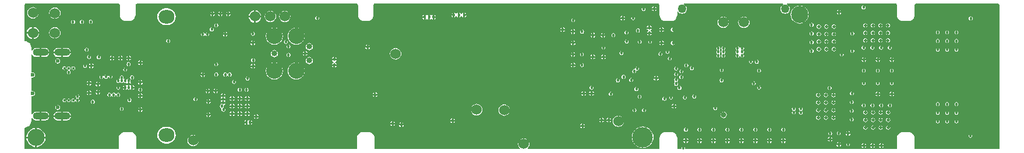
<source format=gbr>
%FSTAX23Y23*%
%MOIN*%
%SFA1B1*%

%IPPOS*%
%AMD65*
4,1,8,0.045300,0.000000,0.045300,0.000000,0.025600,0.019700,-0.025600,0.019700,-0.045300,0.000000,-0.045300,0.000000,-0.025600,-0.019700,0.025600,-0.019700,0.045300,0.000000,0.0*
1,1,0.039370,0.025600,0.000000*
1,1,0.039370,0.025600,0.000000*
1,1,0.039370,-0.025600,0.000000*
1,1,0.039370,-0.025600,0.000000*
%
G04~CAMADD=65~8~0.0~0.0~393.7~905.5~196.8~0.0~15~0.0~0.0~0.0~0.0~0~0.0~0.0~0.0~0.0~0~0.0~0.0~0.0~270.0~906.0~394.0*
%ADD65D65*%
%ADD66C,0.059843*%
%ADD67C,0.050000*%
%ADD68R,0.059843X0.059843*%
%ADD69C,0.060000*%
%ADD70C,0.098425*%
%ADD71C,0.093504*%
%ADD72C,0.033465*%
%ADD73O,0.090551X0.078740*%
%ADD74C,0.060000*%
%ADD75C,0.118110*%
%ADD76C,0.019685*%
%ADD77C,0.018000*%
%ADD78C,0.016000*%
%ADD79C,0.023622*%
%ADD80C,0.032000*%
%ADD81C,0.019685*%
%LNpcb_copper_signal_2-1*%
%LPD*%
G36*
X05399Y01244D02*
X05402Y0124D01*
X05402Y01235*
Y01181*
X05402*
X05403Y01172*
X05407Y01164*
X05412Y01156*
X05419Y01151*
X05428Y01147*
X05436Y01146*
X05437Y01146*
X05468*
X05469Y01146*
X05477Y01147*
X05486Y01151*
X05493Y01156*
X05499Y01164*
X05502Y01172*
X05503Y0118*
X05503Y01181*
Y0124*
X05503Y0124*
X05506Y01244*
X05508Y01245*
X05508Y01245*
X05984*
X05984Y01245*
X05987Y01243*
X05989Y0124*
X05989Y0124*
Y00413*
X05989Y00413*
X05989Y00413*
X05986Y00409*
X05984Y00409*
X05984Y00409*
X05508*
X05508Y00409*
X05504Y0041*
X05503Y00413*
X05503Y00413*
Y00472*
X05503*
X05502Y00481*
X05499Y0049*
X05493Y00497*
X05486Y00502*
X05477Y00506*
X05468Y00507*
Y00507*
X05437*
Y00507*
X05428Y00506*
X0542Y00502*
X05412Y00497*
X05407Y0049*
X05403Y00481*
X05402Y00472*
X05402*
Y00413*
X05402Y00413*
X05401Y00411*
X05398Y00409*
X05393*
X04194*
X0419Y00414*
X04191Y00416*
X0419Y0042*
X04187Y00423*
X04184Y00426*
X0418Y00427*
X04175Y00426*
X04172Y00423*
X04169Y0042*
X04168Y00416*
X04169Y00414*
X04165Y00409*
X0415*
X04149Y00409*
X04148Y00409*
X04145Y00413*
Y00418*
Y00472*
Y00472*
X04145*
X04144Y00481*
X0414Y0049*
X04135Y00497*
X04128Y00502*
X04119Y00506*
X0411Y00507*
Y00507*
X04079*
Y00507*
X0407Y00506*
X04061Y00502*
X04054Y00497*
X04049Y0049*
X04045Y00481*
X04044Y00472*
X04044*
Y00413*
X04044Y00413*
X04043Y00411*
X04039Y00409*
X04034*
X0329*
X03288Y00414*
X03289Y00415*
X03294Y00421*
X03298Y00429*
X03299Y00438*
X03298Y00446*
X03294Y00454*
X03289Y0046*
X03283Y00465*
X03275Y00469*
X03267Y0047*
X03258Y00469*
X0325Y00465*
X03244Y0046*
X03239Y00454*
X03235Y00446*
X03234Y00438*
X03235Y00429*
X03239Y00421*
X03244Y00415*
X03245Y00414*
X03243Y00409*
X02417*
X02417Y00409*
X02414Y0041*
X02413Y00413*
X02413Y00413*
Y00472*
X02413*
X02412Y00481*
X02408Y0049*
X02403Y00497*
X02395Y00502*
X02387Y00506*
X02378Y00507*
Y00507*
X02346*
Y00507*
X02337Y00506*
X02329Y00502*
X02322Y00497*
X02316Y0049*
X02313Y00481*
X02312Y00472*
X02312*
Y00413*
X02312Y00413*
X0231Y0041*
X02307Y00409*
X02307Y00409*
X01055*
X01055Y00409*
X01052Y0041*
X01051Y00413*
X01051Y00413*
Y00472*
X01051Y00472*
X01049Y00481*
X01046Y0049*
X0104Y00497*
X01033Y00502*
X01025Y00506*
X01016Y00507*
Y00507*
X00984*
Y00507*
X00975Y00506*
X00967Y00502*
X0096Y00497*
X00954Y0049*
X00951Y00481*
X00949Y00472*
X00949*
Y00413*
X0095Y00413*
X00948Y0041*
X00945Y00409*
X00945Y00409*
X00413*
X00413Y00409*
X0041Y0041*
X00409Y00413*
X00409Y00413*
Y0053*
X00409Y0053*
X0041Y00531*
X00413Y00534*
X00422Y00535*
X00431Y00539*
X00438Y00544*
X00444Y00552*
X00447Y0056*
X00448Y00569*
X00448*
Y00587*
X00449Y00587*
X00453Y00588*
X00458Y00581*
X00466Y00575*
X00476Y00573*
X00497*
Y00598*
Y00624*
X00476*
X00466Y00622*
X00458Y00616*
X00453Y00609*
X00449Y00609*
X00448Y0061*
Y00711*
X00453Y00715*
X00456Y00714*
X00462Y00715*
X00466Y00718*
X00469Y00723*
X0047Y00728*
X00469Y00734*
X00466Y00738*
X00462Y00741*
X00456Y00742*
X00453Y00742*
X00448Y00745*
X00448Y00818*
X00453Y00821*
X00456Y0082*
X00462Y00822*
X00466Y00825*
X00469Y00829*
X0047Y00835*
X00469Y0084*
X00466Y00845*
X00462Y00848*
X00456Y00849*
X00453Y00848*
X00448Y00851*
Y00953*
X00449Y00953*
X00453Y00954*
X00458Y00947*
X00466Y00941*
X00476Y00939*
X00497*
Y00965*
Y0099*
X00476*
X00466Y00988*
X00458Y00982*
X00453Y00975*
X00449Y00976*
X00448Y00976*
Y00994*
X00448*
X00447Y01003*
X00444Y01012*
X00438Y01019*
X00431Y01024*
X00422Y01028*
X00413Y01029*
X0041Y01032*
X00409Y01033*
X00409Y01033*
X00409Y01235*
X00409Y0124*
X00412Y01244*
X00413Y01245*
X00413Y01245*
X00951*
X00951Y01245*
X00953Y01244*
X00955Y0124*
X00955Y01235*
Y01181*
X00955Y0118*
X00957Y01172*
X0096Y01164*
X00966Y01156*
X00973Y01151*
X00981Y01147*
X0099Y01146*
X0099Y01146*
X0101*
X0101Y01146*
X01019Y01147*
X01027Y01151*
X01034Y01156*
X0104Y01164*
X01043Y01172*
X01045Y0118*
X01045Y01181*
Y0124*
X01045Y0124*
X01047Y01243*
X01049Y01244*
X01054Y01245*
X02313*
X02313Y01245*
X02315Y01244*
X02317Y0124*
X02318Y01235*
Y01181*
X02318Y0118*
X02319Y01172*
X02322Y01164*
X02328Y01156*
X02335Y01151*
X02343Y01147*
X02351Y01146*
X02352Y01146*
X02372*
X02373Y01146*
X02381Y01147*
X02389Y01151*
X02397Y01156*
X02402Y01164*
X02406Y01172*
X02407Y0118*
X02407Y01181*
Y0124*
X02407Y0124*
X0241Y01244*
X02411Y01245*
X02411Y01245*
X04039*
X0404Y01245*
X04041Y01244*
X04044Y0124*
X04044Y01235*
Y01181*
X04044*
X04045Y01172*
X04049Y01164*
X04054Y01156*
X04061Y01151*
X0407Y01147*
X04078Y01146*
X04079Y01146*
X0411*
X04111Y01146*
X04119Y01147*
X04128Y01151*
X04135Y01156*
X0414Y01164*
X04144Y01172*
X04145Y0118*
X04145Y01181*
Y01198*
X0415Y01199*
X04153Y01195*
X04159Y01191*
X04165Y01188*
X04172Y01187*
X04179Y01188*
X04186Y01191*
X04192Y01195*
X04196Y01201*
X04199Y01208*
X042Y01215*
X04199Y01222*
X04196Y01228*
X04192Y01234*
X04186Y01238*
X04183Y0124*
X04184Y01245*
X04751*
X04752Y0124*
X04749Y01238*
X04744Y01234*
X04739Y01228*
X04737Y01222*
X04736Y01215*
X04737Y01208*
X04739Y01201*
X04744Y01195*
X04749Y01191*
X04756Y01188*
X04763Y01187*
X0477Y01188*
X04776Y01191*
X04782Y01195*
X04786Y01201*
X04789Y01208*
X0479Y01215*
X04789Y01222*
X04786Y01228*
X04782Y01234*
X04776Y01238*
X04773Y0124*
X04774Y01245*
X05398*
X05398Y01245*
X05399Y01244*
G37*
%LNpcb_copper_signal_2-2*%
%LPC*%
G36*
X04019Y01228D02*
Y0122D01*
X04027*
X04027Y0122*
X04024Y01225*
X04019Y01228*
X04019Y01228*
G37*
G36*
X04009D02*
X04008Y01228D01*
X04003Y01225*
X04Y0122*
X04Y0122*
X04009*
Y01228*
G37*
G36*
X05212Y01236D02*
X05207Y01235D01*
X05204Y01233*
X05201Y01229*
X052Y01225*
X05201Y0122*
X05204Y01217*
X05207Y01214*
X05212Y01213*
X05216Y01214*
X05219Y01217*
X05222Y0122*
X05223Y01225*
X05222Y01229*
X05219Y01233*
X05216Y01235*
X05212Y01236*
G37*
G36*
X03953Y01226D02*
X03948Y01225D01*
X03945Y01223*
X03942Y01219*
X03941Y01215*
X03942Y0121*
X03945Y01207*
X03948Y01204*
X03953Y01204*
X03957Y01204*
X0396Y01207*
X03963Y0121*
X03964Y01215*
X03963Y01219*
X0396Y01223*
X03957Y01225*
X03953Y01226*
G37*
G36*
X04027Y0121D02*
X04019D01*
Y01202*
X04019Y01202*
X04024Y01205*
X04027Y01209*
X04027Y0121*
G37*
G36*
X04009D02*
X04D01*
X04Y01209*
X04003Y01205*
X04008Y01202*
X04009Y01202*
Y0121*
G37*
G36*
X05076Y0121D02*
Y01202D01*
X05084*
X05084Y01202*
X05081Y01207*
X05076Y0121*
X05076Y0121*
G37*
G36*
X05066D02*
X05065Y0121D01*
X05061Y01207*
X05058Y01202*
X05058Y01202*
X05066*
Y0121*
G37*
G36*
X0158Y012D02*
Y01192D01*
X01588*
X01588Y01193*
X01585Y01197*
X0158Y012*
X0158Y012*
G37*
G36*
X0157D02*
X0157Y012D01*
X01565Y01197*
X01562Y01193*
X01562Y01192*
X0157*
Y012*
G37*
G36*
X01535D02*
Y01192D01*
X01543*
X01543Y01193*
X0154Y01197*
X01535Y012*
X01535Y012*
G37*
G36*
X01525D02*
X01525Y012D01*
X0152Y01197*
X01517Y01193*
X01517Y01192*
X01525*
Y012*
G37*
G36*
X0149D02*
Y01192D01*
X01498*
X01498Y01193*
X01495Y01197*
X0149Y012*
X0149Y012*
G37*
G36*
X0148D02*
X0148Y012D01*
X01475Y01197*
X01472Y01193*
X01472Y01192*
X0148*
Y012*
G37*
G36*
X0289Y01194D02*
X02889Y01194D01*
X02884Y01191*
X02883Y01188*
X02877*
X02876Y01191*
X02871Y01194*
X02871Y01194*
Y01181*
Y01167*
X02871Y01167*
X02876Y0117*
X02877Y01173*
X02883*
X02884Y0117*
X02889Y01167*
X0289Y01167*
Y01181*
Y01194*
G37*
G36*
X0292D02*
X02919Y01194D01*
X02914Y01191*
X02912Y01187*
X02912Y01187*
X02907*
X02907Y01187*
X02905Y01191*
X029Y01194*
X029Y01194*
Y01181*
Y01167*
X029Y01167*
X02905Y0117*
X02907Y01174*
X02907Y01174*
X02912*
X02912Y01174*
X02914Y0117*
X02919Y01167*
X0292Y01167*
Y01181*
Y01194*
G37*
G36*
X0293D02*
Y01186D01*
X02938*
X02938Y01186*
X02935Y01191*
X0293Y01194*
X0293Y01194*
G37*
G36*
X02861D02*
X0286Y01194D01*
X02855Y01191*
X02852Y01186*
X02852Y01186*
X02861*
Y01194*
G37*
G36*
X05084Y01192D02*
X05076D01*
Y01183*
X05076Y01183*
X05081Y01186*
X05084Y01191*
X05084Y01192*
G37*
G36*
X05066D02*
X05058D01*
X05058Y01191*
X05061Y01186*
X05065Y01183*
X05066Y01183*
Y01192*
G37*
G36*
X02746Y01181D02*
X02745Y01181D01*
X0274Y01178*
X02736*
X02731Y01181*
X02731Y01181*
Y01168*
Y01154*
X02731Y01154*
X02736Y01157*
X0274*
X02745Y01154*
X02746Y01154*
Y01168*
Y01181*
G37*
G36*
X02721D02*
X0272Y01181D01*
X02715Y01178*
X02711*
X02706Y01181*
X02706Y01181*
Y01168*
Y01154*
X02706Y01154*
X02711Y01157*
X02715*
X0272Y01154*
X02721Y01154*
Y01168*
Y01181*
G37*
G36*
X01734Y01206D02*
Y01177D01*
X01763*
X01763Y01181*
X01759Y01189*
X01753Y01196*
X01746Y01202*
X01738Y01206*
X01734Y01206*
G37*
G36*
X01724D02*
X01719Y01206D01*
X01711Y01202*
X01704Y01196*
X01698Y01189*
X01694Y01181*
X01694Y01177*
X01724*
Y01206*
G37*
G36*
X01588Y01182D02*
X0158D01*
Y01174*
X0158Y01174*
X01585Y01177*
X01588Y01182*
X01588Y01182*
G37*
G36*
X0157D02*
X01562D01*
X01562Y01182*
X01565Y01177*
X0157Y01174*
X0157Y01174*
Y01182*
G37*
G36*
X01543D02*
X01535D01*
Y01174*
X01535Y01174*
X0154Y01177*
X01543Y01182*
X01543Y01182*
G37*
G36*
X01525D02*
X01517D01*
X01517Y01182*
X0152Y01177*
X01525Y01174*
X01525Y01174*
Y01182*
G37*
G36*
X01498D02*
X0149D01*
Y01174*
X0149Y01174*
X01495Y01177*
X01498Y01182*
X01498Y01182*
G37*
G36*
X0148D02*
X01472D01*
X01472Y01182*
X01475Y01177*
X0148Y01174*
X0148Y01174*
Y01182*
G37*
G36*
X02756Y01181D02*
Y01173D01*
X02764*
X02764Y01173*
X02761Y01178*
X02756Y01181*
X02756Y01181*
G37*
G36*
X02696D02*
X02695Y01181D01*
X0269Y01178*
X02687Y01173*
X02687Y01173*
X02696*
Y01181*
G37*
G36*
X02938Y01176D02*
X0293D01*
Y01167*
X0293Y01167*
X02935Y0117*
X02938Y01175*
X02938Y01176*
G37*
G36*
X02861D02*
X02852D01*
X02852Y01175*
X02855Y0117*
X0286Y01167*
X02861Y01167*
Y01176*
G37*
G36*
X03838Y01175D02*
Y01167D01*
X03846*
X03846Y01167*
X03843Y01172*
X03838Y01175*
X03838Y01175*
G37*
G36*
X03828D02*
X03827Y01175D01*
X03822Y01172*
X03819Y01167*
X03819Y01167*
X03828*
Y01175*
G37*
G36*
X00458Y01225D02*
X00449Y01224D01*
X00441Y0122*
X00435Y01215*
X0043Y01209*
X00426Y01201*
X00425Y01193*
X00426Y01184*
X0043Y01176*
X00435Y0117*
X00441Y01165*
X00449Y01161*
X00458Y0116*
X00466Y01161*
X00474Y01165*
X0048Y0117*
X00485Y01176*
X00489Y01184*
X0049Y01193*
X00489Y01201*
X00485Y01209*
X0048Y01215*
X00474Y0122*
X00466Y01224*
X00458Y01225*
G37*
G36*
X00584Y01224D02*
X00575Y01223D01*
X00567Y01219*
X00561Y01214*
X00556Y01208*
X00552Y012*
X00551Y01191*
X00552Y01183*
X00556Y01175*
X00561Y01169*
X00567Y01164*
X00575Y0116*
X00584Y01159*
X00592Y0116*
X006Y01164*
X00606Y01169*
X00611Y01175*
X00615Y01183*
X00616Y01191*
X00615Y012*
X00611Y01208*
X00606Y01214*
X006Y01219*
X00592Y01223*
X00584Y01224*
G37*
G36*
X02764Y01163D02*
X02756D01*
Y01154*
X02756Y01154*
X02761Y01157*
X02764Y01162*
X02764Y01163*
G37*
G36*
X02696D02*
X02687D01*
X02687Y01162*
X0269Y01157*
X02695Y01154*
X02696Y01154*
Y01163*
G37*
G36*
X02085Y01174D02*
X0208Y01173D01*
X02077Y01171*
X02074Y01167*
X02074Y01163*
X02074Y01159*
X02077Y01155*
X0208Y01153*
X02085Y01152*
X02089Y01153*
X02093Y01155*
X02095Y01159*
X02096Y01163*
X02095Y01167*
X02093Y01171*
X02089Y01173*
X02085Y01174*
G37*
G36*
X03893Y01174D02*
X03888Y01173D01*
X03885Y01171*
X03882Y01167*
X03881Y01163*
X03882Y01158*
X03885Y01155*
X03888Y01152*
X03893Y01151*
X03897Y01152*
X039Y01155*
X03903Y01158*
X03904Y01163*
X03903Y01167*
X039Y01171*
X03897Y01173*
X03893Y01174*
G37*
G36*
X05825Y01172D02*
X0582Y01171D01*
X05817Y01168*
X05814Y01165*
X05813Y01161*
X05814Y01156*
X05817Y01153*
X0582Y0115*
X05825Y01149*
X05829Y0115*
X05832Y01153*
X05835Y01156*
X05836Y01161*
X05835Y01165*
X05832Y01168*
X05829Y01171*
X05825Y01172*
G37*
G36*
X03846Y01157D02*
X03838D01*
Y01148*
X03838Y01148*
X03843Y01152*
X03846Y01156*
X03846Y01157*
G37*
G36*
X03828D02*
X03819D01*
X03819Y01156*
X03822Y01152*
X03827Y01148*
X03828Y01148*
Y01157*
G37*
G36*
X019Y01204D02*
X01891Y01203D01*
X01883Y01199*
X01877Y01194*
X01872Y01188*
X01868Y0118*
X01867Y01172*
X01868Y01163*
X01872Y01155*
X01877Y01149*
X01883Y01144*
X01891Y0114*
X019Y01139*
X01908Y0114*
X01916Y01144*
X01922Y01149*
X01927Y01155*
X01931Y01163*
X01932Y01172*
X01931Y0118*
X01927Y01188*
X01922Y01194*
X01916Y01199*
X01908Y01203*
X019Y01204*
G37*
G36*
X01817D02*
X01808Y01203D01*
X018Y01199*
X01794Y01194*
X01789Y01188*
X01785Y0118*
X01784Y01172*
X01785Y01163*
X01789Y01155*
X01794Y01149*
X018Y01144*
X01808Y0114*
X01817Y01139*
X01825Y0114*
X01833Y01144*
X01839Y01149*
X01844Y01155*
X01848Y01163*
X01849Y01172*
X01848Y0118*
X01844Y01188*
X01839Y01194*
X01833Y01199*
X01825Y01203*
X01817Y01204*
G37*
G36*
X03549Y01161D02*
X03545Y0116D01*
X03541Y01157*
X03539Y01154*
X03538Y0115*
X03539Y01145*
X03541Y01142*
X03545Y01139*
X03549Y01138*
X03553Y01139*
X03557Y01142*
X03559Y01145*
X0356Y0115*
X03559Y01154*
X03557Y01157*
X03553Y0116*
X03549Y01161*
G37*
G36*
X01763Y01167D02*
X01734D01*
Y01137*
X01738Y01137*
X01746Y01141*
X01753Y01147*
X01759Y01154*
X01763Y01162*
X01763Y01167*
G37*
G36*
X01724D02*
X01694D01*
X01694Y01162*
X01698Y01154*
X01704Y01147*
X01711Y01141*
X01719Y01137*
X01724Y01137*
Y01167*
G37*
G36*
X04846Y01234D02*
X04832Y01232D01*
X0482Y01227*
X04809Y01219*
X04801Y01208*
X04796Y01196*
X04794Y01183*
X04796Y01169*
X04801Y01157*
X04809Y01146*
X0482Y01138*
X04832Y01133*
X04846Y01131*
X04859Y01133*
X04871Y01138*
X04882Y01146*
X0489Y01157*
X04895Y01169*
X04897Y01183*
X04895Y01196*
X0489Y01208*
X04882Y01219*
X04871Y01227*
X04859Y01232*
X04846Y01234*
G37*
G36*
X00789Y01153D02*
X00785Y01152D01*
X00781Y01149*
X00778Y01146*
X00778Y01141*
X00778Y01137*
X00781Y01133*
X00785Y01131*
X00789Y0113*
X00793Y01131*
X00797Y01133*
X00799Y01137*
X008Y01141*
X00799Y01146*
X00797Y01149*
X00793Y01152*
X00789Y01153*
G37*
G36*
X00738Y01152D02*
X00733Y01151D01*
X0073Y01148*
X00727Y01145*
X00726Y0114*
X00727Y01136*
X0073Y01132*
X00733Y0113*
X00738Y01129*
X00742Y0113*
X00745Y01132*
X00748Y01136*
X00749Y0114*
X00748Y01145*
X00745Y01148*
X00742Y01151*
X00738Y01152*
G37*
G36*
X00687Y01151D02*
X00683Y0115D01*
X00679Y01148*
X00677Y01144*
X00676Y0114*
X00677Y01135*
X00679Y01132*
X00683Y01129*
X00687Y01128*
X00692Y01129*
X00695Y01132*
X00698Y01135*
X00699Y0114*
X00698Y01144*
X00695Y01148*
X00692Y0115*
X00687Y01151*
G37*
G36*
X01228Y01218D02*
X01216D01*
X01204Y01216*
X01193Y01211*
X01183Y01204*
X01175Y01194*
X0117Y01182*
X01169Y0117*
X0117Y01158*
X01175Y01146*
X01183Y01136*
X01193Y01129*
X01204Y01124*
X01216Y01122*
X01228*
X01241Y01124*
X01252Y01129*
X01262Y01136*
X0127Y01146*
X01274Y01158*
X01276Y0117*
X01274Y01182*
X0127Y01194*
X01262Y01204*
X01252Y01211*
X01241Y01216*
X01228Y01218*
G37*
G36*
X04914Y01135D02*
X0491Y01134D01*
X04906Y01131*
X04904Y01128*
X04903Y01124*
X04904Y01119*
X04906Y01116*
X0491Y01113*
X04914Y01112*
X04919Y01113*
X04922Y01116*
X04925Y01119*
X04926Y01124*
X04925Y01128*
X04922Y01131*
X04919Y01134*
X04914Y01135*
G37*
G36*
X0399Y01119D02*
Y01111D01*
X03998*
X03998Y01111*
X03995Y01116*
X0399Y01119*
X0399Y01119*
G37*
G36*
X0398D02*
X03979Y01119D01*
X03974Y01116*
X03971Y01111*
X03971Y01111*
X0398*
Y01119*
G37*
G36*
X01507Y01132D02*
X01503Y01131D01*
X01499Y01128*
X01497Y01125*
X01496Y01121*
X01497Y01116*
X01499Y01113*
X01503Y0111*
X01507Y01109*
X01511Y0111*
X01515Y01113*
X01517Y01116*
X01518Y01121*
X01517Y01125*
X01515Y01128*
X01511Y01131*
X01507Y01132*
G37*
G36*
X05351Y01132D02*
X05347Y01131D01*
X05343Y01129*
X0534Y01125*
X05339Y0112*
X0534Y01116*
X05343Y01112*
X05347Y01109*
X05351Y01108*
X05356Y01109*
X0536Y01112*
X05363Y01116*
X05364Y0112*
X05363Y01125*
X0536Y01129*
X05356Y01131*
X05351Y01132*
G37*
G36*
X05308D02*
X05304Y01131D01*
X053Y01129*
X05297Y01125*
X05296Y0112*
X05297Y01116*
X053Y01112*
X05304Y01109*
X05308Y01108*
X05313Y01109*
X05317Y01112*
X05319Y01116*
X0532Y0112*
X05319Y01125*
X05317Y01129*
X05313Y01131*
X05308Y01132*
G37*
G36*
X05265D02*
X0526Y01131D01*
X05256Y01129*
X05254Y01125*
X05253Y0112*
X05254Y01116*
X05256Y01112*
X0526Y01109*
X05265Y01108*
X05269Y01109*
X05273Y01112*
X05276Y01116*
X05277Y0112*
X05276Y01125*
X05273Y01129*
X05269Y01131*
X05265Y01132*
G37*
G36*
X05222D02*
X05217Y01131D01*
X05213Y01129*
X0521Y01125*
X05209Y0112*
X0521Y01116*
X05213Y01112*
X05217Y01109*
X05222Y01108*
X05226Y01109*
X0523Y01112*
X05233Y01116*
X05234Y0112*
X05233Y01125*
X0523Y01129*
X05226Y01131*
X05222Y01132*
G37*
G36*
X04527Y0117D02*
X04518Y01169D01*
X04511Y01165*
X04504Y0116*
X04499Y01154*
X04496Y01146*
X04494Y01138*
X04496Y01129*
X04499Y01121*
X04504Y01115*
X04511Y0111*
X04518Y01106*
X04527Y01105*
X04535Y01106*
X04543Y0111*
X04549Y01115*
X04554Y01121*
X04558Y01129*
X04559Y01138*
X04558Y01146*
X04554Y01154*
X04549Y0116*
X04543Y01165*
X04535Y01169*
X04527Y0117*
G37*
G36*
X04409D02*
X044Y01169D01*
X04392Y01165*
X04386Y0116*
X04381Y01154*
X04377Y01146*
X04376Y01138*
X04377Y01129*
X04381Y01121*
X04386Y01115*
X04392Y0111*
X044Y01106*
X04409Y01105*
X04417Y01106*
X04425Y0111*
X04431Y01115*
X04436Y01121*
X0444Y01129*
X04441Y01138*
X0444Y01146*
X04436Y01154*
X04431Y0116*
X04425Y01165*
X04417Y01169*
X04409Y0117*
G37*
G36*
X05042Y01126D02*
X05038Y01125D01*
X05034Y01122*
X05031Y01118*
X0503Y01113*
X05031Y01109*
X05034Y01105*
X05038Y01102*
X05042Y01101*
X05047Y01102*
X05051Y01105*
X05053Y01109*
X05054Y01113*
X05053Y01118*
X05051Y01122*
X05047Y01125*
X05042Y01126*
G37*
G36*
X04999D02*
X04994Y01125D01*
X0499Y01122*
X04988Y01118*
X04987Y01113*
X04988Y01109*
X0499Y01105*
X04994Y01102*
X04999Y01101*
X05004Y01102*
X05007Y01105*
X0501Y01109*
X05011Y01113*
X0501Y01118*
X05007Y01122*
X05004Y01125*
X04999Y01126*
G37*
G36*
X04956D02*
X04951Y01125D01*
X04947Y01122*
X04944Y01118*
X04944Y01113*
X04944Y01109*
X04947Y01105*
X04951Y01102*
X04956Y01101*
X0496Y01102*
X04964Y01105*
X04967Y01109*
X04968Y01113*
X04967Y01118*
X04964Y01122*
X0496Y01125*
X04956Y01126*
G37*
G36*
X03494Y01109D02*
Y01101D01*
X03502*
X03502Y01101*
X03499Y01106*
X03494Y01109*
X03494Y01109*
G37*
G36*
X03484D02*
X03483Y01109D01*
X03478Y01106*
X03475Y01101*
X03475Y01101*
X03484*
Y01109*
G37*
G36*
X0406Y01109D02*
Y01101D01*
X04068*
X04068Y01101*
X04065Y01106*
X0406Y01109*
X0406Y01109*
G37*
G36*
X0405D02*
X0405Y01109D01*
X04045Y01106*
X04042Y01101*
X04042Y01101*
X0405*
Y01109*
G37*
G36*
X03553Y01098D02*
Y0109D01*
X03561*
X03561Y0109*
X03558Y01095*
X03553Y01098*
X03553Y01098*
G37*
G36*
X03543D02*
X03542Y01098D01*
X03538Y01095*
X03535Y0109*
X03535Y0109*
X03543*
Y01098*
G37*
G36*
X01482Y01109D02*
X01477Y01108D01*
X01474Y01105*
X01471Y01102*
X0147Y01098*
X01471Y01093*
X01474Y0109*
X01477Y01087*
X01482Y01086*
X01486Y01087*
X01489Y0109*
X01492Y01093*
X01493Y01098*
X01492Y01102*
X01489Y01105*
X01486Y01108*
X01482Y01109*
G37*
G36*
X04118Y01107D02*
X04114Y01106D01*
X0411Y01103*
X04108Y011*
X04107Y01096*
X04108Y01091*
X0411Y01088*
X04114Y01085*
X04118Y01084*
X04122Y01085*
X04126Y01088*
X04128Y01091*
X04129Y01096*
X04128Y011*
X04126Y01103*
X04122Y01106*
X04118Y01107*
G37*
G36*
X03502Y01091D02*
X03494D01*
Y01083*
X03494Y01083*
X03499Y01086*
X03502Y0109*
X03502Y01091*
G37*
G36*
X03484D02*
X03475D01*
X03475Y0109*
X03478Y01086*
X03483Y01083*
X03484Y01083*
Y01091*
G37*
G36*
X04068Y01091D02*
X0406D01*
Y01082*
X0406Y01082*
X04065Y01085*
X04068Y0109*
X04068Y01091*
G37*
G36*
X0405D02*
X04042D01*
X04042Y0109*
X04045Y01085*
X0405Y01082*
X0405Y01082*
Y01091*
G37*
G36*
X00463Y01112D02*
Y01082D01*
X00492*
X00492Y01086*
X00488Y01095*
X00482Y01102*
X00475Y01108*
X00467Y01111*
X00463Y01112*
G37*
G36*
X00453D02*
X00448Y01111D01*
X0044Y01108*
X00433Y01102*
X00427Y01095*
X00423Y01086*
X00423Y01082*
X00453*
Y01112*
G37*
G36*
X03998Y01101D02*
X03971D01*
X03971Y011*
X03974Y01095*
X03978Y01093*
X03978Y01089*
X03978Y01087*
X03975Y01086*
X03972Y01081*
X03972Y01081*
X03999*
X03999Y01081*
X03996Y01086*
X03992Y01088*
X03992Y01092*
X03992Y01094*
X03995Y01095*
X03998Y011*
X03998Y01101*
G37*
G36*
X0392Y01102D02*
X03916Y01102D01*
X03912Y01099*
X0391Y01096*
X03909Y01091*
X0391Y01087*
X03912Y01083*
X03916Y01081*
X0392Y0108*
X03925Y01081*
X03928Y01083*
X03931Y01087*
X03931Y01091*
X03931Y01096*
X03928Y01099*
X03925Y01102*
X0392Y01102*
G37*
G36*
X01563Y01083D02*
Y01075D01*
X01571*
X01571Y01075*
X01568Y0108*
X01564Y01083*
X01563Y01083*
G37*
G36*
X01553D02*
X01553Y01083D01*
X01548Y0108*
X01545Y01075*
X01545Y01075*
X01553*
Y01083*
G37*
G36*
X03601Y01096D02*
X03597Y01095D01*
X03593Y01092*
X03591Y01089*
X0359Y01085*
X03591Y0108*
X03593Y01077*
X03597Y01074*
X03601Y01073*
X03605Y01074*
X03609Y01077*
X03611Y0108*
X03612Y01085*
X03611Y01089*
X03609Y01092*
X03605Y01095*
X03601Y01096*
G37*
G36*
X01456Y0108D02*
X01451Y01079D01*
X01448Y01077*
X01445Y01073*
X01443Y01073*
X01442*
X0144Y01073*
X01438Y01077*
X01434Y01079*
X0143Y0108*
X01426Y01079*
X01422Y01077*
X0142Y01073*
X01419Y01069*
X0142Y01065*
X01422Y01061*
X01426Y01059*
X0143Y01058*
X01434Y01059*
X01438Y01061*
X0144Y01064*
X01442Y01065*
X01443*
X01445Y01064*
X01448Y01061*
X01451Y01059*
X01456Y01058*
X0146Y01059*
X01464Y01061*
X01466Y01065*
X01467Y01069*
X01466Y01073*
X01464Y01077*
X0146Y01079*
X01456Y0108*
G37*
G36*
X03561Y0108D02*
X03553D01*
Y01071*
X03553Y01071*
X03558Y01074*
X03561Y01079*
X03561Y0108*
G37*
G36*
X03543D02*
X03535D01*
X03535Y01079*
X03538Y01074*
X03542Y01071*
X03543Y01071*
Y0108*
G37*
G36*
X05743Y01092D02*
X05739Y01091D01*
X05735Y01089*
X05733Y01085*
X05732Y01081*
X05733Y01077*
X05735Y01073*
X05739Y01071*
X05743Y0107*
X05747Y01071*
X05751Y01073*
X05753Y01077*
X05754Y01081*
X05753Y01085*
X05751Y01089*
X05747Y01091*
X05743Y01092*
G37*
G36*
X0569D02*
X05685Y01091D01*
X05682Y01089*
X05679Y01085*
X05678Y01081*
X05679Y01077*
X05682Y01073*
X05685Y01071*
X0569Y0107*
X05694Y01071*
X05697Y01073*
X057Y01077*
X05701Y01081*
X057Y01085*
X05697Y01089*
X05694Y01091*
X0569Y01092*
G37*
G36*
X05636D02*
X05632Y01091D01*
X05628Y01089*
X05626Y01085*
X05625Y01081*
X05626Y01077*
X05628Y01073*
X05632Y01071*
X05636Y0107*
X0564Y01071*
X05644Y01073*
X05646Y01077*
X05647Y01081*
X05646Y01085*
X05644Y01089*
X0564Y01091*
X05636Y01092*
G37*
G36*
X03667Y01078D02*
Y01069D01*
X03675*
X03675Y0107*
X03672Y01074*
X03668Y01078*
X03667Y01078*
G37*
G36*
X03657D02*
X03657Y01078D01*
X03652Y01074*
X03649Y0107*
X03649Y01069*
X03657*
Y01078*
G37*
G36*
X03726Y01077D02*
Y01069D01*
X03734*
X03734Y01069*
X03731Y01074*
X03726Y01077*
X03726Y01077*
G37*
G36*
X03716D02*
X03715Y01077D01*
X0371Y01074*
X03707Y01069*
X03707Y01069*
X03716*
Y01077*
G37*
G36*
X03855Y0109D02*
X0385Y01089D01*
X03847Y01087*
X03844Y01083*
X03843Y01079*
X03844Y01075*
X03847Y01071*
X0385Y01069*
X03855Y01068*
X03859Y01069*
X03862Y01071*
X03865Y01075*
X03866Y01079*
X03865Y01083*
X03862Y01087*
X03859Y01089*
X03855Y0109*
G37*
G36*
X05351Y01089D02*
X05347Y01088D01*
X05343Y01085*
X0534Y01082*
X05339Y01077*
X0534Y01072*
X05343Y01068*
X05347Y01066*
X05351Y01065*
X05356Y01066*
X0536Y01068*
X05363Y01072*
X05364Y01077*
X05363Y01082*
X0536Y01085*
X05356Y01088*
X05351Y01089*
G37*
G36*
X05308D02*
X05304Y01088D01*
X053Y01085*
X05297Y01082*
X05296Y01077*
X05297Y01072*
X053Y01068*
X05304Y01066*
X05308Y01065*
X05313Y01066*
X05317Y01068*
X05319Y01072*
X0532Y01077*
X05319Y01082*
X05317Y01085*
X05313Y01088*
X05308Y01089*
G37*
G36*
X05265D02*
X0526Y01088D01*
X05256Y01085*
X05254Y01082*
X05253Y01077*
X05254Y01072*
X05256Y01068*
X0526Y01066*
X05265Y01065*
X05269Y01066*
X05273Y01068*
X05276Y01072*
X05277Y01077*
X05276Y01082*
X05273Y01085*
X05269Y01088*
X05265Y01089*
G37*
G36*
X05222D02*
X05217Y01088D01*
X05213Y01085*
X0521Y01082*
X05209Y01077*
X0521Y01072*
X05213Y01068*
X05217Y01066*
X05222Y01065*
X05226Y01066*
X0523Y01068*
X05233Y01072*
X05234Y01077*
X05233Y01082*
X0523Y01085*
X05226Y01088*
X05222Y01089*
G37*
G36*
X05147Y01085D02*
X05142Y01084D01*
X05139Y01081*
X05136Y01078*
X05135Y01074*
X05136Y01069*
X05139Y01066*
X05142Y01063*
X05147Y01062*
X05151Y01063*
X05155Y01066*
X05157Y01069*
X05158Y01074*
X05157Y01078*
X05155Y01081*
X05151Y01084*
X05147Y01085*
G37*
G36*
X04914D02*
X0491Y01084D01*
X04906Y01081*
X04904Y01078*
X04903Y01074*
X04904Y01069*
X04906Y01066*
X0491Y01063*
X04914Y01062*
X04919Y01063*
X04922Y01066*
X04925Y01069*
X04926Y01074*
X04925Y01078*
X04922Y01081*
X04919Y01084*
X04914Y01085*
G37*
G36*
X03999Y01071D02*
X03991D01*
Y01062*
X03991Y01062*
X03996Y01065*
X03999Y0107*
X03999Y01071*
G37*
G36*
X03981D02*
X03972D01*
X03972Y0107*
X03975Y01065*
X0398Y01062*
X03981Y01062*
Y01071*
G37*
G36*
X01717Y01083D02*
X01713Y01082D01*
X01709Y0108*
X01707Y01076*
X01706Y01072*
X01707Y01068*
X01709Y01064*
X01713Y01062*
X01717Y01061*
X01721Y01062*
X01725Y01064*
X01727Y01068*
X01728Y01072*
X01727Y01076*
X01725Y0108*
X01721Y01082*
X01717Y01083*
G37*
G36*
X05042Y01082D02*
X05038Y01081D01*
X05034Y01079*
X05031Y01075*
X0503Y0107*
X05031Y01066*
X05034Y01062*
X05038Y01059*
X05042Y01058*
X05047Y01059*
X05051Y01062*
X05053Y01066*
X05054Y0107*
X05053Y01075*
X05051Y01079*
X05047Y01081*
X05042Y01082*
G37*
G36*
X04999D02*
X04994Y01081D01*
X0499Y01079*
X04988Y01075*
X04987Y0107*
X04988Y01066*
X0499Y01062*
X04994Y01059*
X04999Y01058*
X05004Y01059*
X05007Y01062*
X0501Y01066*
X05011Y0107*
X0501Y01075*
X05007Y01079*
X05004Y01081*
X04999Y01082*
G37*
G36*
X04956D02*
X04951Y01081D01*
X04947Y01079*
X04944Y01075*
X04944Y0107*
X04944Y01066*
X04947Y01062*
X04951Y01059*
X04956Y01058*
X0496Y01059*
X04964Y01062*
X04967Y01066*
X04968Y0107*
X04967Y01075*
X04964Y01079*
X0496Y01081*
X04956Y01082*
G37*
G36*
X01571Y01065D02*
X01563D01*
Y01056*
X01564Y01056*
X01568Y0106*
X01571Y01064*
X01571Y01065*
G37*
G36*
X01553D02*
X01545D01*
X01545Y01064*
X01548Y0106*
X01553Y01056*
X01553Y01056*
Y01065*
G37*
G36*
X0378Y01076D02*
X03775Y01075D01*
X03772Y01072*
X03769Y01069*
X03768Y01064*
X03769Y0106*
X03772Y01056*
X03775Y01054*
X0378Y01053*
X03784Y01054*
X03787Y01056*
X0379Y0106*
X03791Y01064*
X0379Y01069*
X03787Y01072*
X03784Y01075*
X0378Y01076*
G37*
G36*
X03675Y01059D02*
X03667D01*
Y01051*
X03668Y01051*
X03672Y01054*
X03675Y01059*
X03675Y01059*
G37*
G36*
X03657D02*
X03649D01*
X03649Y01059*
X03652Y01054*
X03657Y01051*
X03657Y01051*
Y01059*
G37*
G36*
X03734Y01059D02*
X03726D01*
Y01051*
X03726Y01051*
X03731Y01054*
X03734Y01058*
X03734Y01059*
G37*
G36*
X03716D02*
X03707D01*
X03707Y01058*
X0371Y01054*
X03715Y01051*
X03716Y01051*
Y01059*
G37*
G36*
X00584Y01109D02*
X00575Y01108D01*
X00567Y01105*
X00561Y011*
X00556Y01093*
X00552Y01085*
X00551Y01077*
X00552Y01069*
X00556Y01061*
X00561Y01054*
X00567Y01049*
X00575Y01046*
X00584Y01045*
X00592Y01046*
X006Y01049*
X00606Y01054*
X00611Y01061*
X00615Y01069*
X00616Y01077*
X00615Y01085*
X00611Y01093*
X00606Y011*
X006Y01105*
X00592Y01108*
X00584Y01109*
G37*
G36*
X00492Y01072D02*
X00463D01*
Y01042*
X00467Y01043*
X00475Y01046*
X00482Y01052*
X00488Y01059*
X00492Y01068*
X00492Y01072*
G37*
G36*
X00453D02*
X00423D01*
X00423Y01068*
X00427Y01059*
X00433Y01052*
X0044Y01046*
X00448Y01043*
X00453Y01042*
Y01072*
G37*
G36*
X01722Y01033D02*
Y01025D01*
X0173*
X0173Y01025*
X01727Y0103*
X01722Y01033*
X01722Y01033*
G37*
G36*
X01712D02*
X01711Y01033D01*
X01706Y0103*
X01703Y01025*
X01703Y01025*
X01712*
Y01033*
G37*
G36*
X03553Y01033D02*
Y01025D01*
X03562*
X03562Y01025*
X03558Y0103*
X03554Y01033*
X03553Y01033*
G37*
G36*
X03543D02*
X03543Y01033D01*
X03538Y0103*
X03535Y01025*
X03535Y01025*
X03543*
Y01033*
G37*
G36*
X0406Y01032D02*
Y01024D01*
X04068*
X04068Y01024*
X04065Y01029*
X0406Y01032*
X0406Y01032*
G37*
G36*
X0405D02*
X0405Y01032D01*
X04045Y01029*
X04042Y01024*
X04042Y01024*
X0405*
Y01032*
G37*
G36*
X05351Y01046D02*
X05347Y01045D01*
X05343Y01042*
X0534Y01038*
X05339Y01034*
X0534Y01029*
X05343Y01025*
X05347Y01022*
X05351Y01022*
X05356Y01022*
X0536Y01025*
X05363Y01029*
X05364Y01034*
X05363Y01038*
X0536Y01042*
X05356Y01045*
X05351Y01046*
G37*
G36*
X05308D02*
X05304Y01045D01*
X053Y01042*
X05297Y01038*
X05296Y01034*
X05297Y01029*
X053Y01025*
X05304Y01022*
X05308Y01022*
X05313Y01022*
X05317Y01025*
X05319Y01029*
X0532Y01034*
X05319Y01038*
X05317Y01042*
X05313Y01045*
X05308Y01046*
G37*
G36*
X05265D02*
X0526Y01045D01*
X05256Y01042*
X05254Y01038*
X05253Y01034*
X05254Y01029*
X05256Y01025*
X0526Y01022*
X05265Y01022*
X05269Y01022*
X05273Y01025*
X05276Y01029*
X05277Y01034*
X05276Y01038*
X05273Y01042*
X05269Y01045*
X05265Y01046*
G37*
G36*
X05222D02*
X05217Y01045D01*
X05213Y01042*
X0521Y01038*
X05209Y01034*
X0521Y01029*
X05213Y01025*
X05217Y01022*
X05222Y01022*
X05226Y01022*
X0523Y01025*
X05233Y01029*
X05234Y01034*
X05233Y01038*
X0523Y01042*
X05226Y01045*
X05222Y01046*
G37*
G36*
X05743Y01042D02*
X05739Y01042D01*
X05735Y01039*
X05733Y01035*
X05732Y01031*
X05733Y01027*
X05735Y01023*
X05739Y01021*
X05743Y0102*
X05747Y01021*
X05751Y01023*
X05753Y01027*
X05754Y01031*
X05753Y01035*
X05751Y01039*
X05747Y01042*
X05743Y01042*
G37*
G36*
X0569D02*
X05685Y01042D01*
X05682Y01039*
X05679Y01035*
X05678Y01031*
X05679Y01027*
X05682Y01023*
X05685Y01021*
X0569Y0102*
X05694Y01021*
X05697Y01023*
X057Y01027*
X05701Y01031*
X057Y01035*
X05697Y01039*
X05694Y01042*
X0569Y01042*
G37*
G36*
X05636D02*
X05632Y01042D01*
X05628Y01039*
X05626Y01035*
X05625Y01031*
X05626Y01027*
X05628Y01023*
X05632Y01021*
X05636Y0102*
X0564Y01021*
X05644Y01023*
X05646Y01027*
X05647Y01031*
X05646Y01035*
X05644Y01039*
X0564Y01042*
X05636Y01042*
G37*
G36*
X01232Y01042D02*
X01228Y01041D01*
X01224Y01038*
X01222Y01035*
X01221Y01031*
X01222Y01026*
X01224Y01023*
X01228Y0102*
X01232Y01019*
X01236Y0102*
X0124Y01023*
X01243Y01026*
X01243Y01031*
X01243Y01035*
X0124Y01038*
X01236Y01041*
X01232Y01042*
G37*
G36*
X03856Y01039D02*
X03851Y01038D01*
X03848Y01035*
X03845Y01032*
X03844Y01028*
X03845Y01023*
X03848Y0102*
X03851Y01017*
X03856Y01016*
X0386Y01017*
X03864Y0102*
X03866Y01023*
X03867Y01028*
X03866Y01032*
X03864Y01035*
X0386Y01038*
X03856Y01039*
G37*
G36*
X0399Y01037D02*
X03985Y01036D01*
X03982Y01034*
X03979Y0103*
X03978Y01026*
X03979Y01022*
X03982Y01018*
X03985Y01016*
X0399Y01015*
X03994Y01016*
X03997Y01018*
X04Y01022*
X04001Y01026*
X04Y0103*
X03997Y01034*
X03994Y01036*
X0399Y01037*
G37*
G36*
X03931D02*
X03926Y01036D01*
X03923Y01034*
X0392Y0103*
X03919Y01026*
X0392Y01022*
X03923Y01018*
X03926Y01016*
X03931Y01015*
X03935Y01016*
X03938Y01018*
X03941Y01022*
X03942Y01026*
X03941Y0103*
X03938Y01034*
X03935Y01036*
X03931Y01037*
G37*
G36*
X05042Y01039D02*
X05038Y01038D01*
X05034Y01035*
X05031Y01031*
X0503Y01027*
X05031Y01022*
X05034Y01018*
X05038Y01016*
X05042Y01015*
X05047Y01016*
X05051Y01018*
X05053Y01022*
X05054Y01027*
X05053Y01031*
X05051Y01035*
X05047Y01038*
X05042Y01039*
G37*
G36*
X04999D02*
X04994Y01038D01*
X0499Y01035*
X04988Y01031*
X04987Y01027*
X04988Y01022*
X0499Y01018*
X04994Y01016*
X04999Y01015*
X05004Y01016*
X05007Y01018*
X0501Y01022*
X05011Y01027*
X0501Y01031*
X05007Y01035*
X05004Y01038*
X04999Y01039*
G37*
G36*
X04956D02*
X04951Y01038D01*
X04947Y01035*
X04944Y01031*
X04944Y01027*
X04944Y01022*
X04947Y01018*
X04951Y01016*
X04956Y01015*
X0496Y01016*
X04964Y01018*
X04967Y01022*
X04968Y01027*
X04967Y01031*
X04964Y01035*
X0496Y01038*
X04956Y01039*
G37*
G36*
X01905Y01037D02*
X01901Y01036D01*
X01897Y01033*
X01895Y0103*
X01894Y01025*
X01895Y01021*
X01897Y01018*
X01901Y01015*
X01905Y01014*
X0191Y01015*
X01913Y01018*
X01916Y01021*
X01916Y01025*
X01916Y0103*
X01913Y01033*
X0191Y01036*
X01905Y01037*
G37*
G36*
X04914Y01035D02*
X0491Y01034D01*
X04906Y01031*
X04904Y01028*
X04903Y01024*
X04904Y01019*
X04906Y01016*
X0491Y01013*
X04914Y01012*
X04919Y01013*
X04922Y01016*
X04925Y01019*
X04926Y01024*
X04925Y01028*
X04922Y01031*
X04919Y01034*
X04914Y01035*
G37*
G36*
X01965Y01107D02*
X01952Y01105D01*
X0194Y011*
X0193Y01092*
X01922Y01082*
X01917Y0107*
X01915Y01058*
X01917Y01045*
X01922Y01033*
X0193Y01023*
X0194Y01015*
X01952Y0101*
X01965Y01008*
X01977Y0101*
X01989Y01015*
X01999Y01023*
X02007Y01033*
X02012Y01045*
X02014Y01058*
X02012Y0107*
X02007Y01082*
X01999Y01092*
X01989Y011*
X01977Y01105*
X01965Y01107*
G37*
G36*
X0184D02*
X01827Y01105D01*
X01815Y011*
X01805Y01092*
X01797Y01082*
X01792Y0107*
X0179Y01058*
X01792Y01045*
X01797Y01033*
X01805Y01023*
X01815Y01015*
X01827Y0101*
X0184Y01008*
X01852Y0101*
X01864Y01015*
X01874Y01023*
X01882Y01033*
X01887Y01045*
X01889Y01058*
X01887Y0107*
X01882Y01082*
X01874Y01092*
X01864Y011*
X01852Y01105*
X0184Y01107*
G37*
G36*
X04118Y0103D02*
X04114Y01029D01*
X0411Y01026*
X04108Y01023*
X04107Y01019*
X04108Y01014*
X0411Y01011*
X04114Y01008*
X04118Y01007*
X04122Y01008*
X04126Y01011*
X04128Y01014*
X04129Y01019*
X04128Y01023*
X04126Y01026*
X04122Y01029*
X04118Y0103*
G37*
G36*
X0173Y01015D02*
X01722D01*
Y01007*
X01722Y01007*
X01727Y0101*
X0173Y01014*
X0173Y01015*
G37*
G36*
X01712D02*
X01703D01*
X01703Y01014*
X01706Y0101*
X01711Y01007*
X01712Y01007*
Y01015*
G37*
G36*
X03562Y01015D02*
X03553D01*
Y01006*
X03554Y01006*
X03558Y01009*
X03562Y01014*
X03562Y01015*
G37*
G36*
X03543D02*
X03535D01*
X03535Y01014*
X03538Y01009*
X03543Y01006*
X03543Y01006*
Y01015*
G37*
G36*
X04068Y01014D02*
X0406D01*
Y01005*
X0406Y01005*
X04065Y01008*
X04068Y01013*
X04068Y01014*
G37*
G36*
X0405D02*
X04042D01*
X04042Y01013*
X04045Y01008*
X0405Y01005*
X0405Y01005*
Y01014*
G37*
G36*
X02379Y0101D02*
Y01002D01*
X02387*
X02387Y01002*
X02384Y01007*
X02379Y0101*
X02379Y0101*
G37*
G36*
X02369D02*
X02368Y0101D01*
X02363Y01007*
X0236Y01002*
X0236Y01002*
X02369*
Y0101*
G37*
G36*
X04517Y01001D02*
X04512Y01D01*
X04509Y00997*
X04506Y00994*
X04506Y00993*
X04501*
X04501Y00994*
X04498Y00997*
X04495Y01*
X04491Y01001*
X04486Y01*
X04483Y00997*
X0448Y00994*
X04479Y0099*
X0448Y00985*
X04483Y00982*
X04483Y00976*
X0448Y00973*
X04479Y00969*
X0448Y00964*
X04483Y00961*
X04483Y00961*
Y00955*
X04483Y00954*
X0448Y00951*
X04479Y00947*
X0448Y00942*
X04483Y00939*
X04486Y00936*
X04491Y00935*
X04495Y00936*
X04498Y00939*
X04501Y00942*
X04501Y00942*
X04506*
X04506Y00942*
X04508Y00939*
X04512Y00936*
X04516Y00935*
X04521Y00936*
X04524Y00939*
X04527Y00942*
X04528Y00947*
X04527Y00951*
X04524Y00954*
X04524Y00954*
Y00961*
X04524Y00961*
X04527Y00964*
X04528Y00969*
X04527Y00973*
X04524Y00976*
X04524Y00982*
X04527Y00985*
X04528Y0099*
X04527Y00994*
X04524Y00997*
X04521Y01*
X04517Y01001*
G37*
G36*
X01921Y01011D02*
X01917Y0101D01*
X01913Y01007*
X01911Y01004*
X0191Y00999*
X01911Y00995*
X01913Y00991*
X01917Y00989*
X01921Y00988*
X01925Y00989*
X01929Y00991*
X01931Y00995*
X01932Y00999*
X01931Y01004*
X01929Y01007*
X01925Y0101*
X01921Y01011*
G37*
G36*
X02387Y00992D02*
X02379D01*
Y00984*
X02379Y00984*
X02384Y00987*
X02387Y00991*
X02387Y00992*
G37*
G36*
X02369D02*
X0236D01*
X0236Y00991*
X02363Y00987*
X02368Y00984*
X02369Y00984*
Y00992*
G37*
G36*
X03723Y01004D02*
X03719Y01003D01*
X03715Y01001*
X03713Y00997*
X03712Y00993*
X03713Y00989*
X03715Y00985*
X03719Y00983*
X03723Y00982*
X03727Y00983*
X03731Y00985*
X03733Y00989*
X03734Y00993*
X03733Y00997*
X03731Y01001*
X03727Y01003*
X03723Y01004*
G37*
G36*
X05362Y01004D02*
X05357Y01003D01*
X05354Y01*
X05351Y00997*
X0535Y00992*
X05351Y00988*
X05354Y00984*
X05357Y00982*
X05362Y00981*
X05366Y00982*
X05369Y00984*
X05372Y00988*
X05373Y00992*
X05372Y00997*
X05369Y01*
X05366Y01003*
X05362Y01004*
G37*
G36*
X05312D02*
X05307Y01003D01*
X05304Y01*
X05301Y00997*
X053Y00992*
X05301Y00988*
X05304Y00984*
X05307Y00982*
X05312Y00981*
X05316Y00982*
X05319Y00984*
X05322Y00988*
X05323Y00992*
X05322Y00997*
X05319Y01*
X05316Y01003*
X05312Y01004*
G37*
G36*
X05262D02*
X05257Y01003D01*
X05254Y01*
X05251Y00997*
X0525Y00992*
X05251Y00988*
X05254Y00984*
X05257Y00982*
X05262Y00981*
X05266Y00982*
X05269Y00984*
X05272Y00988*
X05273Y00992*
X05272Y00997*
X05269Y01*
X05266Y01003*
X05262Y01004*
G37*
G36*
X05212D02*
X05207Y01003D01*
X05204Y01*
X05201Y00997*
X052Y00992*
X05201Y00988*
X05204Y00984*
X05207Y00982*
X05212Y00981*
X05216Y00982*
X05219Y00984*
X05222Y00988*
X05223Y00992*
X05222Y00997*
X05219Y01*
X05216Y01003*
X05212Y01004*
G37*
G36*
X0204Y01018D02*
X02032Y01016D01*
X02025Y01012*
X02021Y01005*
X02019Y00998*
X02021Y0099*
X02025Y00983*
X02032Y00979*
X0204Y00977*
X02047Y00979*
X02054Y00983*
X02058Y0099*
X0206Y00998*
X02058Y01005*
X02054Y01012*
X02047Y01016*
X0204Y01018*
G37*
G36*
X05042Y00996D02*
X05038Y00995D01*
X05034Y00992*
X05031Y00988*
X0503Y00984*
X05031Y00979*
X05034Y00975*
X05038Y00972*
X05042Y00971*
X05047Y00972*
X05051Y00975*
X05053Y00979*
X05054Y00984*
X05053Y00988*
X05051Y00992*
X05047Y00995*
X05042Y00996*
G37*
G36*
X04999D02*
X04994Y00995D01*
X0499Y00992*
X04988Y00988*
X04987Y00984*
X04988Y00979*
X0499Y00975*
X04994Y00972*
X04999Y00971*
X05004Y00972*
X05007Y00975*
X0501Y00979*
X05011Y00984*
X0501Y00988*
X05007Y00992*
X05004Y00995*
X04999Y00996*
G37*
G36*
X04956D02*
X04951Y00995D01*
X04947Y00992*
X04944Y00988*
X04944Y00984*
X04944Y00979*
X04947Y00975*
X04951Y00972*
X04956Y00971*
X0496Y00972*
X04964Y00975*
X04967Y00979*
X04968Y00984*
X04967Y00988*
X04964Y00992*
X0496Y00995*
X04956Y00996*
G37*
G36*
X05743Y00993D02*
X05739Y00992D01*
X05735Y00989*
X05733Y00986*
X05732Y00982*
X05733Y00977*
X05735Y00974*
X05739Y00971*
X05743Y0097*
X05747Y00971*
X05751Y00974*
X05753Y00977*
X05754Y00982*
X05753Y00986*
X05751Y00989*
X05747Y00992*
X05743Y00993*
G37*
G36*
X0569D02*
X05685Y00992D01*
X05682Y00989*
X05679Y00986*
X05678Y00982*
X05679Y00977*
X05682Y00974*
X05685Y00971*
X0569Y0097*
X05694Y00971*
X05697Y00974*
X057Y00977*
X05701Y00982*
X057Y00986*
X05697Y00989*
X05694Y00992*
X0569Y00993*
G37*
G36*
X05636D02*
X05632Y00992D01*
X05628Y00989*
X05626Y00986*
X05625Y00982*
X05626Y00977*
X05628Y00974*
X05632Y00971*
X05636Y0097*
X0564Y00971*
X05644Y00974*
X05646Y00977*
X05647Y00982*
X05646Y00986*
X05644Y00989*
X0564Y00992*
X05636Y00993*
G37*
G36*
X00651Y0099D02*
X00631D01*
Y0097*
X00675*
X00674Y00974*
X00669Y00982*
X00661Y00988*
X00651Y0099*
G37*
G36*
X00527D02*
X00507D01*
Y0097*
X00551*
X0055Y00974*
X00545Y00982*
X00537Y00988*
X00527Y0099*
G37*
G36*
X00621D02*
X006D01*
X0059Y00988*
X00582Y00982*
X00577Y00974*
X00576Y0097*
X00621*
Y0099*
G37*
G36*
X00766Y00992D02*
X00761Y00991D01*
X00758Y00988*
X00755Y00985*
X00754Y00981*
X00755Y00976*
X00758Y00973*
X00761Y0097*
X00766Y00969*
X0077Y0097*
X00773Y00973*
X00776Y00976*
X00777Y00981*
X00776Y00985*
X00773Y00988*
X0077Y00991*
X00766Y00992*
G37*
G36*
X0202Y00972D02*
Y00963D01*
X02029*
X02029Y00964*
X02025Y00968*
X02021Y00972*
X0202Y00972*
G37*
G36*
X0201D02*
X0201Y00972D01*
X02005Y00968*
X02002Y00964*
X02002Y00963*
X0201*
Y00972*
G37*
G36*
X04914Y00985D02*
X0491Y00984D01*
X04906Y00981*
X04904Y00978*
X04903Y00974*
X04904Y00969*
X04906Y00966*
X0491Y00963*
X04914Y00962*
X04919Y00963*
X04922Y00966*
X04925Y00969*
X04926Y00974*
X04925Y00978*
X04922Y00981*
X04919Y00984*
X04914Y00985*
G37*
G36*
X05147Y00985D02*
X05142Y00984D01*
X05139Y00981*
X05136Y00978*
X05135Y00973*
X05136Y00969*
X05139Y00966*
X05142Y00963*
X05147Y00962*
X05151Y00963*
X05154Y00966*
X05157Y00969*
X05158Y00973*
X05157Y00978*
X05154Y00981*
X05151Y00984*
X05147Y00985*
G37*
G36*
X03553Y00967D02*
Y00959D01*
X03561*
X03561Y00959*
X03558Y00964*
X03553Y00967*
X03553Y00967*
G37*
G36*
X03543D02*
X03542Y00967D01*
X03538Y00964*
X03535Y00959*
X03535Y00959*
X03543*
Y00967*
G37*
G36*
X0409Y0098D02*
X04085Y00979D01*
X04082Y00976*
X04079Y00973*
X04078Y00969*
X04079Y00964*
X04082Y00961*
X04085Y00958*
X0409Y00957*
X04094Y00958*
X04097Y00961*
X041Y00964*
X04101Y00969*
X041Y00973*
X04097Y00976*
X04094Y00979*
X0409Y0098*
G37*
G36*
X03826Y00973D02*
X03821Y00972D01*
X03818Y00969*
X03815Y00966*
X03814Y00962*
X03815Y00957*
X03818Y00954*
X03821Y00951*
X03826Y0095*
X0383Y00951*
X03833Y00954*
X03836Y00957*
X03837Y00962*
X03836Y00966*
X03833Y00969*
X0383Y00972*
X03826Y00973*
G37*
G36*
X04049Y00968D02*
X04044Y00967D01*
X04041Y00964*
X04038Y00961*
X04037Y00957*
X04038Y00952*
X04041Y00949*
X04044Y00946*
X04049Y00945*
X04053Y00946*
X04056Y00949*
X04059Y00952*
X0406Y00957*
X04059Y00961*
X04056Y00964*
X04053Y00967*
X04049Y00968*
G37*
G36*
X02029Y00953D02*
X0202D01*
Y00945*
X02021Y00945*
X02025Y00948*
X02029Y00953*
X02029Y00953*
G37*
G36*
X0201D02*
X02002D01*
X02002Y00953*
X02005Y00948*
X0201Y00945*
X0201Y00945*
Y00953*
G37*
G36*
X03728Y00952D02*
Y00944D01*
X03736*
X03736Y00944*
X03733Y00949*
X03728Y00952*
X03728Y00952*
G37*
G36*
X03718D02*
X03717Y00952D01*
X03713Y00949*
X0371Y00944*
X0371Y00944*
X03718*
Y00952*
G37*
G36*
X03667D02*
Y00944D01*
X03675*
X03675Y00944*
X03672Y00949*
X03667Y00952*
X03667Y00952*
G37*
G36*
X03657D02*
X03656Y00952D01*
X03651Y00949*
X03648Y00944*
X03648Y00944*
X03657*
Y00952*
G37*
G36*
X036Y00965D02*
X03596Y00964D01*
X03592Y00961*
X0359Y00958*
X03589Y00954*
X0359Y00949*
X03592Y00946*
X03596Y00943*
X036Y00942*
X03604Y00943*
X03608Y00946*
X0361Y00949*
X03611Y00954*
X0361Y00958*
X03608Y00961*
X03604Y00964*
X036Y00965*
G37*
G36*
X05087Y00964D02*
X05082Y00963D01*
X05079Y00961*
X05076Y00957*
X05075Y00953*
X05076Y00949*
X05079Y00945*
X05082Y00943*
X05087Y00942*
X05091Y00943*
X05094Y00945*
X05097Y00949*
X05098Y00953*
X05097Y00957*
X05094Y00961*
X05091Y00963*
X05087Y00964*
G37*
G36*
X03561Y00949D02*
X03553D01*
Y0094*
X03553Y00941*
X03558Y00944*
X03561Y00948*
X03561Y00949*
G37*
G36*
X03543D02*
X03535D01*
X03535Y00948*
X03538Y00944*
X03542Y00941*
X03543Y0094*
Y00949*
G37*
G36*
X01921Y00962D02*
X01917Y00961D01*
X01913Y00959*
X01911Y00955*
X0191Y00951*
X01911Y00947*
X01913Y00943*
X01917Y00941*
X01921Y0094*
X01925Y00941*
X01929Y00943*
X01931Y00947*
X01932Y00951*
X01931Y00955*
X01929Y00959*
X01925Y00961*
X01921Y00962*
G37*
G36*
X00675Y0096D02*
X00631D01*
Y00939*
X00651*
X00661Y00941*
X00669Y00947*
X00674Y00955*
X00675Y0096*
G37*
G36*
X00621D02*
X00576D01*
X00577Y00955*
X00582Y00947*
X0059Y00941*
X006Y00939*
X00621*
Y0096*
G37*
G36*
X00551D02*
X00507D01*
Y00939*
X00527*
X00537Y00941*
X00545Y00947*
X0055Y00955*
X00551Y0096*
G37*
G36*
X0184Y00978D02*
X01832Y00976D01*
X01825Y00972*
X01821Y00965*
X01819Y00958*
X01821Y0095*
X01825Y00943*
X01832Y00939*
X0184Y00937*
X01847Y00939*
X01854Y00943*
X01858Y0095*
X0186Y00958*
X01858Y00965*
X01854Y00972*
X01847Y00976*
X0184Y00978*
G37*
G36*
X0101Y00945D02*
Y00937D01*
X01018*
X01018Y00937*
X01015Y00942*
X01011Y00945*
X0101Y00945*
G37*
G36*
X01D02*
X01Y00945D01*
X00995Y00942*
X00992Y00937*
X00992Y00937*
X01*
Y00945*
G37*
G36*
X00963Y00945D02*
Y00937D01*
X00971*
X00971Y00937*
X00968Y00942*
X00964Y00945*
X00963Y00945*
G37*
G36*
X00953D02*
X00953Y00945D01*
X00948Y00942*
X00945Y00937*
X00945Y00937*
X00953*
Y00945*
G37*
G36*
X00916D02*
Y00937D01*
X00924*
X00924Y00937*
X00921Y00942*
X00917Y00945*
X00916Y00945*
G37*
G36*
X00906D02*
X00906Y00945D01*
X00901Y00942*
X00898Y00937*
X00898Y00937*
X00906*
Y00945*
G37*
G36*
X04409Y01001D02*
X04404Y01D01*
X04401Y00997*
X04398Y00994*
X04397Y0099*
X04398Y00985*
X04401Y00982*
X044Y00976*
X04398Y00973*
X04397Y00969*
X04398Y00964*
X044Y00961*
X04401Y00961*
Y00954*
X044Y00954*
X04398Y00951*
X04397Y00947*
X04398Y00942*
X044Y00939*
X04404Y00936*
X04408Y00935*
X04413Y00936*
X04416Y00939*
X04419Y00942*
X0442Y00947*
X04419Y00951*
X04416Y00954*
X04416Y00954*
Y00961*
X04416Y00961*
X04419Y00964*
X0442Y00969*
X04419Y00973*
X04416Y00976*
X04416Y00982*
X04419Y00985*
X0442Y0099*
X04419Y00994*
X04416Y00997*
X04413Y01*
X04409Y01001*
G37*
G36*
X04381D02*
X04376Y01D01*
X04373Y00997*
X0437Y00994*
X04369Y0099*
X0437Y00985*
X04373Y00982*
X04372Y00976*
X0437Y00973*
X04369Y00969*
X0437Y00964*
X04372Y00961*
X04373Y00961*
Y00954*
X04372Y00954*
X0437Y00951*
X04369Y00947*
X0437Y00942*
X04372Y00939*
X04376Y00936*
X0438Y00935*
X04385Y00936*
X04388Y00939*
X04391Y00942*
X04392Y00947*
X04391Y00951*
X04388Y00954*
X04388Y00954*
Y00961*
X04388Y00961*
X04391Y00964*
X04392Y00969*
X04391Y00973*
X04388Y00976*
X04388Y00982*
X04391Y00985*
X04392Y0099*
X04391Y00994*
X04388Y00997*
X04385Y01*
X04381Y01001*
G37*
G36*
X02188Y00938D02*
Y0093D01*
X02196*
X02196Y0093*
X02193Y00935*
X02188Y00938*
X02188Y00938*
G37*
G36*
X02178D02*
X02177Y00938D01*
X02172Y00935*
X02169Y0093*
X02169Y0093*
X02178*
Y00938*
G37*
G36*
X05378Y00937D02*
Y00929D01*
X05386*
X05386Y00929*
X05383Y00934*
X05379Y00937*
X05378Y00937*
G37*
G36*
X05368D02*
X05368Y00937D01*
X05363Y00934*
X0536Y00929*
X0536Y00929*
X05368*
Y00937*
G37*
G36*
X05298D02*
Y00929D01*
X05306*
X05306Y00929*
X05303Y00934*
X05299Y00937*
X05298Y00937*
G37*
G36*
X05288D02*
X05288Y00937D01*
X05283Y00934*
X0528Y00929*
X0528Y00929*
X05288*
Y00937*
G37*
G36*
X05218D02*
Y00929D01*
X05226*
X05226Y00929*
X05223Y00934*
X05219Y00937*
X05218Y00937*
G37*
G36*
X05208D02*
X05208Y00937D01*
X05203Y00934*
X052Y00929*
X052Y00929*
X05208*
Y00937*
G37*
G36*
X00779Y0095D02*
X00774Y00949D01*
X00771Y00946*
X00768Y00943*
X00767Y00939*
X00768Y00934*
X00771Y00931*
X00774Y00928*
X00779Y00927*
X00783Y00928*
X00786Y00931*
X00789Y00934*
X0079Y00939*
X00789Y00943*
X00786Y00946*
X00783Y00949*
X00779Y0095*
G37*
G36*
X00835Y00949D02*
X0083Y00948D01*
X00827Y00945*
X00824Y00942*
X00823Y00938*
X00824Y00933*
X00827Y0093*
X0083Y00927*
X00835Y00926*
X00839Y00927*
X00842Y0093*
X00845Y00933*
X00846Y00938*
X00845Y00942*
X00842Y00945*
X00839Y00948*
X00835Y00949*
G37*
G36*
X03736Y00934D02*
X03728D01*
Y00925*
X03728Y00925*
X03733Y00928*
X03736Y00933*
X03736Y00934*
G37*
G36*
X03718D02*
X0371D01*
X0371Y00933*
X03713Y00928*
X03717Y00925*
X03718Y00925*
Y00934*
G37*
G36*
X03675D02*
X03667D01*
Y00925*
X03667Y00925*
X03672Y00928*
X03675Y00933*
X03675Y00934*
G37*
G36*
X03657D02*
X03648D01*
X03648Y00933*
X03651Y00928*
X03656Y00925*
X03657Y00925*
Y00934*
G37*
G36*
X02534Y00989D02*
X02525Y00988D01*
X02517Y00984*
X02511Y00979*
X02506Y00973*
X02502Y00965*
X02501Y00957*
X02502Y00948*
X02506Y0094*
X02511Y00934*
X02517Y00929*
X02525Y00925*
X02534Y00924*
X02542Y00925*
X0255Y00929*
X02556Y00934*
X02561Y0094*
X02565Y00948*
X02566Y00957*
X02565Y00965*
X02561Y00973*
X02556Y00979*
X0255Y00984*
X02542Y00988*
X02534Y00989*
G37*
G36*
X01018Y00927D02*
X0101D01*
Y00919*
X01011Y00919*
X01015Y00922*
X01018Y00926*
X01018Y00927*
G37*
G36*
X01D02*
X00992D01*
X00992Y00926*
X00995Y00922*
X01Y00919*
X01Y00919*
Y00927*
G37*
G36*
X04102Y00941D02*
X04098Y0094D01*
X04094Y00937*
X04092Y00934*
X04091Y0093*
X04092Y00925*
X04094Y00922*
X04098Y00919*
X04102Y00918*
X04107Y00919*
X0411Y00922*
X04113Y00925*
X04114Y0093*
X04113Y00934*
X0411Y00937*
X04107Y0094*
X04102Y00941*
G37*
G36*
X00971Y00927D02*
X00963D01*
Y00918*
X00964Y00918*
X00968Y00921*
X00971Y00926*
X00971Y00927*
G37*
G36*
X00953D02*
X00945D01*
X00945Y00926*
X00948Y00921*
X00953Y00918*
X00953Y00918*
Y00927*
G37*
G36*
X00924D02*
X00916D01*
Y00918*
X00917Y00918*
X00921Y00921*
X00924Y00926*
X00924Y00927*
G37*
G36*
X00906D02*
X00898D01*
X00898Y00926*
X00901Y00921*
X00906Y00918*
X00906Y00918*
Y00927*
G37*
G36*
X01078Y00919D02*
Y0091D01*
X01086*
X01086Y00911*
X01083Y00915*
X01078Y00918*
X01078Y00919*
G37*
G36*
X01068D02*
X01067Y00918D01*
X01062Y00915*
X01059Y00911*
X01059Y0091*
X01068*
Y00919*
G37*
G36*
X05386Y00919D02*
X05378D01*
Y0091*
X05379Y0091*
X05383Y00913*
X05386Y00918*
X05386Y00919*
G37*
G36*
X05368D02*
X0536D01*
X0536Y00918*
X05363Y00913*
X05368Y0091*
X05368Y0091*
Y00919*
G37*
G36*
X05306D02*
X05298D01*
Y0091*
X05299Y0091*
X05303Y00913*
X05306Y00918*
X05306Y00919*
G37*
G36*
X05288D02*
X0528D01*
X0528Y00918*
X05283Y00913*
X05288Y0091*
X05288Y0091*
Y00919*
G37*
G36*
X05226D02*
X05218D01*
Y0091*
X05219Y0091*
X05223Y00913*
X05226Y00918*
X05226Y00919*
G37*
G36*
X05208D02*
X052D01*
X052Y00918*
X05203Y00913*
X05208Y0091*
X05208Y0091*
Y00919*
G37*
G36*
X01718Y00931D02*
X01713Y0093D01*
X0171Y00928*
X01707Y00924*
X01706Y0092*
X01707Y00916*
X0171Y00912*
X01713Y00909*
X01718Y00909*
X01722Y00909*
X01725Y00912*
X01728Y00916*
X01729Y0092*
X01728Y00924*
X01725Y00928*
X01722Y0093*
X01718Y00931*
G37*
G36*
X04567Y00924D02*
X04562Y00923D01*
X04559Y0092*
X04556Y00917*
X04555Y00913*
X04556Y00908*
X04559Y00905*
X04562Y00902*
X04567Y00901*
X04571Y00902*
X04574Y00905*
X04577Y00908*
X04578Y00913*
X04577Y00917*
X04574Y0092*
X04571Y00923*
X04567Y00924*
G37*
G36*
X006Y00929D02*
X00595Y00928D01*
X0059Y00925*
X00587Y00921*
X00586Y00915*
X00587Y0091*
X0059Y00905*
X00595Y00902*
X006Y00901*
X00605Y00902*
X0061Y00905*
X00613Y0091*
X00614Y00915*
X00613Y00921*
X0061Y00925*
X00605Y00928*
X006Y00929*
G37*
G36*
X04601Y00923D02*
X04596Y00922D01*
X04593Y00919*
X0459Y00916*
X04589Y00912*
X0459Y00907*
X04593Y00904*
X04596Y00901*
X04601Y009*
X04605Y00901*
X04608Y00904*
X04611Y00907*
X04612Y00912*
X04611Y00916*
X04608Y00919*
X04605Y00922*
X04601Y00923*
G37*
G36*
X0204Y00938D02*
X02032Y00936D01*
X02025Y00932*
X02021Y00925*
X02019Y00918*
X02021Y0091*
X02025Y00903*
X02032Y00899*
X0204Y00897*
X02047Y00899*
X02054Y00903*
X02058Y0091*
X0206Y00918*
X02058Y00925*
X02054Y00932*
X02047Y00936*
X0204Y00938*
G37*
G36*
X03554Y00905D02*
Y00897D01*
X03562*
X03562Y00898*
X03559Y00902*
X03554Y00905*
X03554Y00905*
G37*
G36*
X03544D02*
X03543Y00905D01*
X03539Y00902*
X03536Y00898*
X03536Y00897*
X03544*
Y00905*
G37*
G36*
X02196Y0092D02*
X02169D01*
X02169Y00919*
X02172Y00914*
X02177Y00911*
X02179Y00911*
Y00906*
X02177Y00905*
X02172Y00902*
X02169Y00898*
X02169Y00897*
X02196*
X02196Y00898*
X02193Y00902*
X02188Y00905*
X02186Y00906*
Y00911*
X02188Y00911*
X02193Y00914*
X02196Y00919*
X02196Y0092*
G37*
G36*
X00797Y00901D02*
Y00893D01*
X00805*
X00805Y00893*
X00802Y00898*
X00797Y00901*
X00797Y00901*
G37*
G36*
X00787D02*
X00786Y00901D01*
X00781Y00898*
X00778Y00893*
X00778Y00893*
X00787*
Y00901*
G37*
G36*
X01086Y009D02*
X01078D01*
Y00892*
X01078Y00892*
X01083Y00895*
X01086Y009*
X01086Y009*
G37*
G36*
X01068D02*
X01059D01*
X01059Y009*
X01062Y00895*
X01067Y00892*
X01068Y00892*
Y009*
G37*
G36*
X01723Y00898D02*
Y0089D01*
X01731*
X01731Y00891*
X01728Y00895*
X01723Y00898*
X01723Y00898*
G37*
G36*
X01713D02*
X01712Y00898D01*
X01707Y00895*
X01704Y00891*
X01704Y0089*
X01713*
Y00898*
G37*
G36*
X01005Y00908D02*
X01001Y00908D01*
X00997Y00905*
X00995Y00901*
X00994Y00897*
X00995Y00893*
X00997Y00889*
X01001Y00887*
X01005Y00886*
X01009Y00887*
X01013Y00889*
X01016Y00893*
X01016Y00897*
X01016Y00901*
X01013Y00905*
X01009Y00908*
X01005Y00908*
G37*
G36*
X01507Y00907D02*
X01503Y00907D01*
X01499Y00904*
X01497Y009*
X01496Y00896*
X01497Y00892*
X01499Y00888*
X01503Y00886*
X01507Y00885*
X01511Y00886*
X01515Y00888*
X01517Y00892*
X01518Y00896*
X01517Y009*
X01515Y00904*
X01511Y00907*
X01507Y00907*
G37*
G36*
X036Y00903D02*
X03596Y00902D01*
X03592Y009*
X0359Y00896*
X03589Y00892*
X0359Y00888*
X03592Y00884*
X03596Y00882*
X036Y00881*
X03604Y00882*
X03608Y00884*
X0361Y00888*
X03611Y00892*
X0361Y00896*
X03608Y009*
X03604Y00902*
X036Y00903*
G37*
G36*
X04197Y00902D02*
X04192Y00901D01*
X04189Y00898*
X04186Y00895*
X04185Y00891*
X04186Y00886*
X04189Y00883*
X04192Y0088*
X04197Y00879*
X04201Y0088*
X04204Y00883*
X04207Y00886*
X04208Y00891*
X04207Y00895*
X04204Y00898*
X04201Y00901*
X04197Y00902*
G37*
G36*
X02196Y00887D02*
X02187D01*
Y00879*
X02188Y00879*
X02193Y00882*
X02196Y00887*
X02196Y00887*
G37*
G36*
X02177D02*
X02169D01*
X02169Y00887*
X02172Y00882*
X02177Y00879*
X02177Y00879*
Y00887*
G37*
G36*
X03562D02*
X03554D01*
Y00879*
X03554Y00879*
X03559Y00882*
X03562Y00887*
X03562Y00887*
G37*
G36*
X03544D02*
X03536D01*
X03536Y00887*
X03539Y00882*
X03543Y00879*
X03544Y00879*
Y00887*
G37*
G36*
X00756Y00899D02*
X00752Y00898D01*
X00748Y00895*
X00746Y00892*
X00745Y00888*
X00746Y00883*
X00748Y0088*
X00752Y00877*
X00756Y00876*
X00761Y00877*
X00764Y0088*
X00767Y00883*
X00767Y00888*
X00767Y00892*
X00764Y00895*
X00761Y00898*
X00756Y00899*
G37*
G36*
X00805Y00883D02*
X00797D01*
Y00874*
X00797Y00874*
X00802Y00877*
X00805Y00882*
X00805Y00883*
G37*
G36*
X00787D02*
X00778D01*
X00778Y00882*
X00781Y00877*
X00786Y00874*
X00787Y00874*
Y00883*
G37*
G36*
X01731Y0088D02*
X01723D01*
Y00872*
X01723Y00872*
X01728Y00875*
X01731Y0088*
X01731Y0088*
G37*
G36*
X01713D02*
X01704D01*
X01704Y0088*
X01707Y00875*
X01712Y00872*
X01713Y00872*
Y0088*
G37*
G36*
X03916Y00884D02*
X03911Y00883D01*
X03908Y0088*
X03905Y00877*
X03904Y00873*
X03905Y00871*
X03905Y00871*
X039Y00867*
X03898Y00868*
X03894Y00867*
X0389Y00864*
X03888Y00861*
X03887Y00857*
X03888Y00852*
X0389Y00849*
X03894Y00846*
X03898Y00845*
X03903Y00846*
X03906Y00849*
X03909Y00852*
X0391Y00857*
X03909Y00858*
X03909Y00858*
X03914Y00862*
X03916Y00861*
X0392Y00862*
X03923Y00865*
X03926Y00868*
X03927Y00873*
X03926Y00877*
X03923Y0088*
X0392Y00883*
X03916Y00884*
G37*
G36*
X00688Y00885D02*
X00685Y00884D01*
X00681Y00882*
X00679Y00878*
X00678Y00874*
X00679Y0087*
X00681Y00867*
X00685Y00865*
X00688Y00864*
X00692Y00865*
X00696Y00867*
X00698Y0087*
X00699Y00874*
X00698Y00878*
X00696Y00882*
X00692Y00884*
X00688Y00885*
G37*
G36*
X00638D02*
X00634Y00884D01*
X0063Y00882*
X00628Y00878*
X00627Y00874*
X00628Y0087*
X0063Y00867*
X00634Y00865*
X00638Y00864*
X00641Y00865*
X00645Y00867*
X00647Y0087*
X00648Y00874*
X00647Y00878*
X00645Y00882*
X00641Y00884*
X00638Y00885*
G37*
G36*
X04229Y00886D02*
X04224Y00885D01*
X04221Y00882*
X04218Y00879*
X04217Y00875*
X04218Y0087*
X04221Y00867*
X04224Y00864*
X04229Y00863*
X04233Y00864*
X04236Y00867*
X04239Y0087*
X0424Y00875*
X04239Y00879*
X04236Y00882*
X04233Y00885*
X04229Y00886*
G37*
G36*
X04139Y00884D02*
X04134Y00883D01*
X04131Y0088*
X04128Y00877*
X04127Y00873*
X04128Y00868*
X04131Y00865*
X04134Y00862*
X04139Y00861*
X04143Y00862*
X04146Y00865*
X04149Y00868*
X0415Y00873*
X04149Y00877*
X04146Y0088*
X04143Y00883*
X04139Y00884*
G37*
G36*
X00986Y00877D02*
X00981Y00877D01*
X00978Y00874*
X00975Y00871*
X00974Y00866*
X00975Y00862*
X00978Y00858*
X00981Y00856*
X00986Y00855*
X0099Y00856*
X00993Y00858*
X00996Y00862*
X00997Y00866*
X00996Y00871*
X00993Y00874*
X0099Y00877*
X00986Y00877*
G37*
G36*
X044Y00875D02*
X04395Y00874D01*
X04392Y00871*
X04389Y00868*
X04388Y00864*
X04389Y00859*
X04392Y00856*
X04395Y00853*
X044Y00852*
X04404Y00853*
X04407Y00856*
X0441Y00859*
X04411Y00864*
X0441Y00868*
X04407Y00871*
X04404Y00874*
X044Y00875*
G37*
G36*
X05373Y00872D02*
X05369Y00871D01*
X05365Y00868*
X05363Y00865*
X05362Y00861*
X05363Y00856*
X05365Y00853*
X05369Y0085*
X05373Y00849*
X05377Y0085*
X05381Y00853*
X05384Y00856*
X05384Y00861*
X05384Y00865*
X05381Y00868*
X05377Y00871*
X05373Y00872*
G37*
G36*
X05293D02*
X05289Y00871D01*
X05285Y00868*
X05283Y00865*
X05282Y00861*
X05283Y00856*
X05285Y00853*
X05289Y0085*
X05293Y00849*
X05297Y0085*
X05301Y00853*
X05304Y00856*
X05304Y00861*
X05304Y00865*
X05301Y00868*
X05297Y00871*
X05293Y00872*
G37*
G36*
X05213D02*
X05209Y00871D01*
X05205Y00868*
X05203Y00865*
X05202Y00861*
X05203Y00856*
X05205Y00853*
X05209Y0085*
X05213Y00849*
X05217Y0085*
X05221Y00853*
X05224Y00856*
X05224Y00861*
X05224Y00865*
X05221Y00868*
X05217Y00871*
X05213Y00872*
G37*
G36*
X04613Y00871D02*
X04609Y00871D01*
X04605Y00868*
X04603Y00864*
X04602Y0086*
X04603Y00856*
X04605Y00852*
X04609Y0085*
X04613Y00849*
X04618Y0085*
X04621Y00852*
X04624Y00856*
X04625Y0086*
X04624Y00864*
X04621Y00868*
X04618Y00871*
X04613Y00871*
G37*
G36*
X04169Y00867D02*
X04164Y00867D01*
X04161Y00864*
X04158Y00861*
X04157Y00856*
X04158Y00852*
X04161Y00848*
X04164Y00846*
X04169Y00845*
X04173Y00846*
X04176Y00848*
X04179Y00852*
X0418Y00856*
X04179Y00861*
X04176Y00864*
X04173Y00867*
X04169Y00867*
G37*
G36*
X01435Y0085D02*
Y00842D01*
X01443*
X01443Y00843*
X0144Y00847*
X01436Y0085*
X01435Y0085*
G37*
G36*
X01425D02*
X01425Y0085D01*
X0142Y00847*
X01417Y00843*
X01417Y00842*
X01425*
Y0085*
G37*
G36*
X01584Y00849D02*
X01579Y00848D01*
X01576Y00845*
X01573Y00842*
X01571Y00842*
X0157*
X01568Y00842*
X01566Y00845*
X01562Y00848*
X01558Y00849*
X01554Y00848*
X0155Y00845*
X01548Y00842*
X01547Y00837*
X01548Y00833*
X0155Y00829*
X01554Y00827*
X01558Y00826*
X01562Y00827*
X01566Y00829*
X01568Y00833*
X0157Y00833*
X01571*
X01573Y00833*
X01576Y00829*
X01579Y00827*
X01584Y00826*
X01588Y00827*
X01592Y00829*
X01594Y00833*
X01595Y00837*
X01594Y00842*
X01592Y00845*
X01588Y00848*
X01584Y00849*
G37*
G36*
X00663Y00885D02*
X00659Y00884D01*
X00656Y00882*
X00653Y00878*
X00653Y00874*
X00653Y0087*
X00656Y00867*
X00658Y00866*
X00658Y00863*
X00658Y00862*
X00658Y0086*
X00655Y00858*
X00653Y00855*
X00652Y0085*
X00653Y00846*
X00655Y00842*
X00659Y0084*
X00663Y00839*
X00667Y0084*
X00671Y00842*
X00673Y00846*
X00674Y0085*
X00673Y00855*
X00671Y00858*
X00668Y0086*
X00668Y00862*
X00668Y00863*
X00668Y00866*
X0067Y00867*
X00672Y0087*
X00673Y00874*
X00672Y00878*
X0067Y00882*
X00667Y00884*
X00663Y00885*
G37*
G36*
X04139Y00851D02*
X04134Y0085D01*
X04131Y00847*
X04128Y00844*
X04127Y0084*
X04128Y00835*
X04131Y00832*
X04134Y00829*
X04139Y00828*
X04143Y00829*
X04146Y00832*
X04149Y00835*
X0415Y0084*
X04149Y00844*
X04146Y00847*
X04143Y0085*
X04139Y00851*
G37*
G36*
X00903Y00837D02*
X00898Y00837D01*
X00895Y00834*
X00892Y0083*
X00892Y00829*
X00892Y00829*
X00887Y00828*
X00886Y00829*
X00886Y00829*
X00883Y00832*
X0088Y00835*
X00876Y00836*
X00871Y00835*
X00868Y00832*
X00865Y00829*
X00865Y00828*
X0086Y00828*
X0086Y00828*
X00857Y00831*
X00854Y00834*
X0085Y00835*
X00845Y00834*
X00842Y00831*
X00839Y00828*
X00838Y00824*
X00839Y00819*
X00842Y00816*
X00845Y00813*
X0085Y00812*
X00854Y00813*
X00857Y00816*
X0086Y00819*
X0086Y0082*
X00865Y0082*
X00865Y0082*
X00868Y00817*
X00871Y00814*
X00876Y00813*
X0088Y00814*
X00883Y00817*
X00886Y0082*
X00886Y00822*
X00886Y00822*
X00891Y00823*
X00892Y00822*
X00892Y00822*
X00895Y00818*
X00898Y00816*
X00903Y00815*
X00907Y00816*
X0091Y00818*
X00913Y00822*
X00914Y00826*
X00913Y0083*
X0091Y00834*
X00907Y00837*
X00903Y00837*
G37*
G36*
X01507Y00849D02*
X01503Y00848D01*
X01499Y00845*
X01497Y00842*
X01496Y00837*
X01497Y00833*
X01499Y00829*
X01503Y00827*
X01507Y00826*
X01511Y00827*
X01515Y00829*
X01517Y00833*
X01518Y00837*
X01517Y00842*
X01515Y00845*
X01511Y00848*
X01507Y00849*
G37*
G36*
X01443Y00832D02*
X01435D01*
Y00824*
X01436Y00824*
X0144Y00827*
X01443Y00832*
X01443Y00832*
G37*
G36*
X01425D02*
X01417D01*
X01417Y00832*
X0142Y00827*
X01425Y00824*
X01425Y00824*
Y00832*
G37*
G36*
X0403Y00831D02*
Y00822D01*
X04039*
X04039Y00822*
X04035Y00827*
X04031Y00831*
X0403Y00831*
G37*
G36*
X0402D02*
X04019Y00831D01*
X04014Y00827*
X04011Y00822*
X04011Y00822*
X0402*
Y00831*
G37*
G36*
X03838Y00835D02*
X03833Y00835D01*
X0383Y00832*
X03827Y00828*
X03826Y00824*
X03827Y0082*
X0383Y00816*
X03833Y00814*
X03838Y00813*
X03842Y00814*
X03845Y00816*
X03848Y0082*
X03849Y00824*
X03848Y00828*
X03845Y00832*
X03842Y00835*
X03838Y00835*
G37*
G36*
X04168Y00835D02*
X04163Y00834D01*
X0416Y00831*
X04157Y00828*
X04156Y00824*
X04157Y00819*
X0416Y00816*
X04163Y00813*
X04168Y00812*
X04172Y00813*
X04175Y00816*
X04178Y00819*
X04179Y00824*
X04178Y00828*
X04175Y00831*
X04172Y00834*
X04168Y00835*
G37*
G36*
X00966Y00832D02*
X00962Y00832D01*
X00958Y00829*
X00955Y00826*
X00955Y00821*
X00955Y00817*
X00956Y00816*
X00955Y00813*
X00951Y00812*
X0095Y00812*
X00946Y00813*
X00942Y00812*
X00938Y00809*
X00936Y00806*
X00935Y00802*
X00936Y00797*
X00938Y00794*
X00942Y00791*
X00946Y0079*
X0095Y00791*
X00954Y00794*
X00958*
X00962Y00791*
X00966Y0079*
X0097Y00791*
X00974Y00794*
X00978*
X00981Y00791*
X00986Y0079*
X00988Y00791*
X00991Y00788*
X00992Y00788*
X00992Y00787*
X00992Y00787*
X01018*
X01018Y00787*
X01015Y00792*
X01016Y00797*
X01016Y00802*
X01016Y00806*
X01013Y00809*
X01009Y00812*
X01005Y00813*
X01001Y00812*
X00997Y00809*
X00993*
X0099Y00812*
X00986Y00813*
X00981Y00812*
X00981Y00812*
X00976Y00813*
X00975Y00816*
X00976Y00817*
X00977Y00821*
X00976Y00826*
X00974Y00829*
X0097Y00832*
X00966Y00832*
G37*
G36*
X01025D02*
X01021Y00832D01*
X01017Y00829*
X01015Y00826*
X01014Y00821*
X01015Y00817*
X01017Y00813*
X01021Y00811*
X01025Y0081*
X01029Y00811*
X01033Y00813*
X01035Y00817*
X01036Y00821*
X01035Y00826*
X01033Y00829*
X01029Y00832*
X01025Y00832*
G37*
G36*
X01965Y00907D02*
X01952Y00905D01*
X0194Y009*
X0193Y00892*
X01922Y00882*
X01917Y0087*
X01915Y00858*
X01917Y00845*
X01922Y00833*
X0193Y00823*
X0194Y00815*
X01952Y0081*
X01965Y00808*
X01977Y0081*
X01989Y00815*
X01999Y00823*
X02007Y00833*
X02012Y00845*
X02014Y00858*
X02012Y0087*
X02007Y00882*
X01999Y00892*
X01989Y009*
X01977Y00905*
X01965Y00907*
G37*
G36*
X0184D02*
X01827Y00905D01*
X01815Y009*
X01805Y00892*
X01797Y00882*
X01792Y0087*
X0179Y00858*
X01792Y00845*
X01797Y00833*
X01805Y00823*
X01815Y00815*
X01827Y0081*
X0184Y00808*
X01852Y0081*
X01864Y00815*
X01874Y00823*
X01882Y00833*
X01887Y00845*
X01889Y00858*
X01887Y0087*
X01882Y00882*
X01874Y00892*
X01864Y009*
X01852Y00905*
X0184Y00907*
G37*
G36*
X01686Y00826D02*
X01681Y00825D01*
X01678Y00822*
X01675Y00819*
X01674Y00815*
X01675Y0081*
X01678Y00807*
X01681Y00804*
X01686Y00803*
X0169Y00804*
X01693Y00807*
X01696Y0081*
X01697Y00815*
X01696Y00819*
X01693Y00822*
X0169Y00825*
X01686Y00826*
G37*
G36*
X04039Y00812D02*
X0403D01*
Y00802*
X04031Y00803*
X04035Y00806*
X04039Y00811*
X04039Y00812*
G37*
G36*
X0402D02*
X04011D01*
X04011Y00811*
X04014Y00806*
X04019Y00803*
X0402Y00802*
Y00812*
G37*
G36*
X01077Y00806D02*
Y00798D01*
X01085*
X01085Y00798*
X01082Y00803*
X01078Y00806*
X01077Y00806*
G37*
G36*
X01067D02*
X01067Y00806D01*
X01062Y00803*
X01059Y00798*
X01059Y00798*
X01067*
Y00806*
G37*
G36*
X03882Y00818D02*
X03877Y00817D01*
X03874Y00814*
X03871Y00811*
X0387Y00807*
X03871Y00802*
X03874Y00799*
X03877Y00796*
X03882Y00795*
X03886Y00796*
X03889Y00799*
X03892Y00802*
X03893Y00807*
X03892Y00811*
X03889Y00814*
X03886Y00817*
X03882Y00818*
G37*
G36*
X04399Y00816D02*
X04394Y00815D01*
X04391Y00812*
X04388Y00809*
X04387Y00805*
X04388Y008*
X04391Y00797*
X04394Y00794*
X04399Y00793*
X04403Y00794*
X04406Y00797*
X04409Y008*
X0441Y00805*
X04409Y00809*
X04406Y00812*
X04403Y00815*
X04399Y00816*
G37*
G36*
X03805D02*
X03801Y00815D01*
X03797Y00812*
X03795Y00809*
X03794Y00805*
X03795Y008*
X03797Y00797*
X03801Y00794*
X03805Y00793*
X03809Y00794*
X03813Y00797*
X03815Y008*
X03816Y00805*
X03815Y00809*
X03813Y00812*
X03809Y00815*
X03805Y00816*
G37*
G36*
X00784Y00801D02*
Y00793D01*
X00792*
X00792Y00793*
X00789Y00798*
X00784Y00801*
X00784Y00801*
G37*
G36*
X00774D02*
X00773Y00801D01*
X00769Y00798*
X00766Y00793*
X00766Y00793*
X00774*
Y00801*
G37*
G36*
X00835Y00796D02*
Y00788D01*
X00843*
X00843Y00788*
X0084Y00793*
X00835Y00796*
X00835Y00796*
G37*
G36*
X00825D02*
X00824Y00796D01*
X00819Y00793*
X00816Y00788*
X00816Y00788*
X00825*
Y00796*
G37*
G36*
X01609Y00807D02*
X01604Y00806D01*
X01601Y00803*
X01598Y008*
X01597Y00796*
X01598Y00791*
X01601Y00788*
X01604Y00785*
X01609Y00784*
X01613Y00785*
X01616Y00788*
X01619Y00791*
X0162Y00796*
X01619Y008*
X01616Y00803*
X01613Y00806*
X01609Y00807*
G37*
G36*
X01085Y00788D02*
X01077D01*
Y0078*
X01078Y0078*
X01082Y00783*
X01085Y00787*
X01085Y00788*
G37*
G36*
X01067D02*
X01059D01*
X01059Y00787*
X01062Y00783*
X01067Y0078*
X01067Y0078*
Y00788*
G37*
G36*
X05373Y008D02*
X05369Y00799D01*
X05365Y00796*
X05363Y00793*
X05362Y00789*
X05363Y00784*
X05365Y00781*
X05369Y00778*
X05373Y00777*
X05377Y00778*
X05381Y00781*
X05383Y00784*
X05384Y00789*
X05383Y00793*
X05381Y00796*
X05377Y00799*
X05373Y008*
G37*
G36*
X05293D02*
X05289Y00799D01*
X05285Y00796*
X05283Y00793*
X05282Y00789*
X05283Y00784*
X05285Y00781*
X05289Y00778*
X05293Y00777*
X05297Y00778*
X05301Y00781*
X05303Y00784*
X05304Y00789*
X05303Y00793*
X05301Y00796*
X05297Y00799*
X05293Y008*
G37*
G36*
X05213D02*
X05209Y00799D01*
X05205Y00796*
X05203Y00793*
X05202Y00789*
X05203Y00784*
X05205Y00781*
X05209Y00778*
X05213Y00777*
X05217Y00778*
X05221Y00781*
X05224Y00784*
X05224Y00789*
X05224Y00793*
X05221Y00796*
X05217Y00799*
X05213Y008*
G37*
G36*
X04584Y00798D02*
X04579Y00797D01*
X04576Y00794*
X04573Y00791*
X04572Y00787*
X04573Y00782*
X04576Y00779*
X04579Y00776*
X04584Y00775*
X04588Y00776*
X04591Y00779*
X04594Y00782*
X04595Y00787*
X04594Y00791*
X04591Y00794*
X04588Y00797*
X04584Y00798*
G37*
G36*
X00792Y00783D02*
X00784D01*
Y00774*
X00784Y00774*
X00789Y00778*
X00792Y00782*
X00792Y00783*
G37*
G36*
X00774D02*
X00766D01*
X00766Y00782*
X00769Y00778*
X00773Y00774*
X00774Y00774*
Y00783*
G37*
G36*
X04139Y00819D02*
X04134Y00818D01*
X04131Y00815*
X04128Y00812*
X04127Y00808*
X04128Y00803*
X04131Y008*
X04131Y00799*
Y00793*
X04131Y00792*
X04128Y00789*
X04127Y00785*
X04128Y0078*
X04131Y00777*
X04134Y00774*
X04139Y00773*
X04143Y00774*
X04146Y00777*
X04149Y0078*
X0415Y00785*
X04149Y00789*
X04146Y00792*
X04146Y00793*
Y00799*
X04146Y008*
X04149Y00803*
X0415Y00808*
X04149Y00812*
X04146Y00815*
X04143Y00818*
X04139Y00819*
G37*
G36*
X00843Y00778D02*
X00835D01*
Y00769*
X00835Y00769*
X0084Y00772*
X00843Y00777*
X00843Y00778*
G37*
G36*
X00825D02*
X00816D01*
X00816Y00777*
X00819Y00772*
X00824Y00769*
X00825Y00769*
Y00778*
G37*
G36*
X0103Y00775D02*
Y00767D01*
X01038*
X01038Y00768*
X01035Y00772*
X0103Y00775*
X0103Y00775*
G37*
G36*
X00981D02*
X0098Y00775D01*
X00975Y00772*
X00972Y00768*
X00972Y00767*
X00981*
Y00775*
G37*
G36*
X03655Y00774D02*
X0365Y00773D01*
X03647Y0077*
X03644Y00767*
X03643Y00763*
X03644Y00758*
X03647Y00755*
X0365Y00752*
X03655Y00751*
X03659Y00752*
X03662Y00755*
X03665Y00758*
X03666Y00763*
X03665Y00767*
X03662Y0077*
X03659Y00773*
X03655Y00774*
G37*
G36*
X04613Y00773D02*
X04609Y00773D01*
X04605Y0077*
X04603Y00766*
X04602Y00762*
X04603Y00758*
X04605Y00754*
X04609Y00752*
X04613Y00751*
X04618Y00752*
X04621Y00754*
X04624Y00758*
X04625Y00762*
X04624Y00766*
X04621Y0077*
X04618Y00773*
X04613Y00773*
G37*
G36*
X00946D02*
X00942Y00773D01*
X00938Y0077*
X00936Y00766*
X00935Y00762*
X00936Y00758*
X00938Y00754*
X00942Y00752*
X00946Y00751*
X0095Y00752*
X00954Y00754*
X00956Y00758*
X00957Y00762*
X00956Y00766*
X00954Y0077*
X0095Y00773*
X00946Y00773*
G37*
G36*
X04157Y00773D02*
X04153Y00772D01*
X0415Y00769*
X04147Y00766*
X04146Y00762*
X04147Y00757*
X0415Y00754*
X04153Y00751*
X04157Y0075*
X04162Y00751*
X04165Y00754*
X04168Y00757*
X04169Y00762*
X04168Y00766*
X04165Y00769*
X04162Y00772*
X04157Y00773*
G37*
G36*
X05017Y00772D02*
X05012Y00771D01*
X05009Y00768*
X05006Y00765*
X05005Y00761*
X05006Y00756*
X05009Y00753*
X05012Y0075*
X05017Y00749*
X05021Y0075*
X05024Y00753*
X05027Y00756*
X05028Y00761*
X05027Y00765*
X05024Y00768*
X05021Y00771*
X05017Y00772*
G37*
G36*
X01508Y00758D02*
Y00749D01*
X01517*
X01516Y0075*
X01513Y00754*
X01509Y00757*
X01508Y00758*
G37*
G36*
X01498D02*
X01498Y00757D01*
X01493Y00754*
X0149Y0075*
X0149Y00749*
X01498*
Y00758*
G37*
G36*
X01463D02*
Y00749D01*
X01472*
X01471Y0075*
X01468Y00754*
X01464Y00757*
X01463Y00758*
G37*
G36*
X01453D02*
X01453Y00757D01*
X01448Y00754*
X01445Y0075*
X01445Y00749*
X01453*
Y00758*
G37*
G36*
X01038Y00757D02*
X0103D01*
Y00749*
X0103Y00749*
X01035Y00752*
X01038Y00757*
X01038Y00757*
G37*
G36*
X0102Y00777D02*
X00991D01*
Y00762*
Y00749*
X00991Y00749*
X00996Y00752*
X01001Y00752*
X01005Y00751*
X01009Y00752*
X01015Y00752*
X01019Y00749*
X0102Y00749*
Y00762*
Y00777*
G37*
G36*
X00981Y00757D02*
X00972D01*
X00972Y00757*
X00975Y00752*
X0098Y00749*
X00981Y00749*
Y00757*
G37*
G36*
X03912Y00766D02*
X03907Y00765D01*
X03904Y00762*
X03901Y00759*
X039Y00755*
X03901Y0075*
X03904Y00747*
X03907Y00744*
X03912Y00743*
X03916Y00744*
X03919Y00747*
X03922Y0075*
X03923Y00755*
X03922Y00759*
X03919Y00762*
X03916Y00765*
X03912Y00766*
G37*
G36*
X00835Y0075D02*
Y00742D01*
X00843*
X00843Y00743*
X0084Y00747*
X00835Y0075*
X00835Y0075*
G37*
G36*
X00825D02*
X00824Y0075D01*
X00819Y00747*
X00816Y00743*
X00816Y00742*
X00825*
Y0075*
G37*
G36*
X01681Y00761D02*
X01677Y0076D01*
X01673Y00758*
X01671Y00754*
X0167Y0075*
X01671Y00746*
X01673Y00742*
X01677Y0074*
X01681Y00739*
X01685Y0074*
X01689Y00742*
X01691Y00746*
X01692Y0075*
X01691Y00754*
X01689Y00758*
X01685Y0076*
X01681Y00761*
G37*
G36*
X01642D02*
X01637Y0076D01*
X01634Y00758*
X01631Y00754*
X0163Y0075*
X01631Y00746*
X01634Y00742*
X01637Y0074*
X01642Y00739*
X01646Y0074*
X01649Y00742*
X01652Y00746*
X01653Y0075*
X01652Y00754*
X01649Y00758*
X01646Y0076*
X01642Y00761*
G37*
G36*
X01072Y00761D02*
X01068Y0076D01*
X01064Y00758*
X01062Y00754*
X01061Y0075*
X01062Y00746*
X01064Y00742*
X01068Y00739*
X01072Y00739*
X01076Y00739*
X0108Y00742*
X01082Y00746*
X01083Y0075*
X01082Y00754*
X0108Y00758*
X01076Y0076*
X01072Y00761*
G37*
G36*
X00784Y00745D02*
Y00737D01*
X00792*
X00792Y00738*
X00789Y00742*
X00784Y00745*
X00784Y00745*
G37*
G36*
X00774D02*
X00773Y00745D01*
X00769Y00742*
X00766Y00738*
X00766Y00737*
X00774*
Y00745*
G37*
G36*
X0366Y00741D02*
Y00733D01*
X03668*
X03668Y00733*
X03665Y00738*
X0366Y00741*
X0366Y00741*
G37*
G36*
X0365D02*
X03649Y00741D01*
X03644Y00738*
X03641Y00733*
X03641Y00733*
X0365*
Y00741*
G37*
G36*
X03615D02*
Y00733D01*
X03623*
X03623Y00733*
X0362Y00738*
X03615Y00741*
X03615Y00741*
G37*
G36*
X03605D02*
X03604Y00741D01*
X03599Y00738*
X03596Y00733*
X03596Y00733*
X03605*
Y00741*
G37*
G36*
X01517Y00739D02*
X01508D01*
Y00731*
X01509Y00731*
X01513Y00734*
X01516Y00739*
X01517Y00739*
G37*
G36*
X01498D02*
X0149D01*
X0149Y00739*
X01493Y00734*
X01498Y00731*
X01498Y00731*
Y00739*
G37*
G36*
X01472D02*
X01463D01*
Y00731*
X01464Y00731*
X01468Y00734*
X01471Y00739*
X01472Y00739*
G37*
G36*
X01453D02*
X01445D01*
X01445Y00739*
X01448Y00734*
X01453Y00731*
X01453Y00731*
Y00739*
G37*
G36*
X05378Y00739D02*
Y00731D01*
X05386*
X05386Y00731*
X05383Y00736*
X05379Y00739*
X05378Y00739*
G37*
G36*
X05368D02*
X05368Y00739D01*
X05363Y00736*
X0536Y00731*
X0536Y00731*
X05368*
Y00739*
G37*
G36*
X05298D02*
Y00731D01*
X05306*
X05306Y00731*
X05303Y00736*
X05299Y00739*
X05298Y00739*
G37*
G36*
X05288D02*
X05288Y00739D01*
X05283Y00736*
X0528Y00731*
X0528Y00731*
X05288*
Y00739*
G37*
G36*
X0092Y00732D02*
X00916Y00732D01*
X00912Y00729*
X0091Y00727*
X0091Y00727*
X00906Y00727*
X00905Y00727*
X00903Y00729*
X009Y00732*
X00896Y00732*
X00891Y00732*
X00888Y00729*
X00885Y00726*
X00884Y00721*
X00885Y00717*
X00888Y00713*
X00891Y00711*
X00896Y0071*
X009Y00711*
X00903Y00713*
X00905Y00716*
X00906Y00716*
X0091Y00716*
X0091Y00716*
X00912Y00713*
X00916Y00711*
X0092Y0071*
X00924Y00711*
X00928Y00713*
X0093Y00717*
X0093Y00718*
X00936*
X00936Y00717*
X00938Y00713*
X00942Y00711*
X00946Y0071*
X0095Y00711*
X00954Y00713*
X00956Y00717*
X00957Y00721*
X00956Y00726*
X00954Y00729*
X0095Y00732*
X00946Y00732*
X00942Y00732*
X00938Y00729*
X00936Y00726*
X00936Y00725*
X0093*
X0093Y00726*
X00928Y00729*
X00924Y00732*
X0092Y00732*
G37*
G36*
X02421Y00735D02*
Y00726D01*
X02429*
X02429Y00727*
X02426Y00732*
X02421Y00735*
X02421Y00735*
G37*
G36*
X02411D02*
X0241Y00735D01*
X02405Y00732*
X02402Y00727*
X02402Y00726*
X02411*
Y00735*
G37*
G36*
X00843Y00732D02*
X00835D01*
Y00724*
X00835Y00724*
X0084Y00727*
X00843Y00732*
X00843Y00732*
G37*
G36*
X00825D02*
X00816D01*
X00816Y00732*
X00819Y00727*
X00824Y00724*
X00825Y00724*
Y00732*
G37*
G36*
X01077Y00728D02*
Y0072D01*
X01085*
X01085Y00721*
X01082Y00725*
X01078Y00728*
X01077Y00728*
G37*
G36*
X01067D02*
X01067Y00728D01*
X01062Y00725*
X01059Y00721*
X01059Y0072*
X01067*
Y00728*
G37*
G36*
X01552Y00728D02*
Y0072D01*
X0156*
X0156Y0072*
X01557Y00725*
X01552Y00728*
X01552Y00728*
G37*
G36*
X01542D02*
X01542Y00728D01*
X01537Y00725*
X01534Y0072*
X01534Y0072*
X01542*
Y00728*
G37*
G36*
X00792Y00727D02*
X00784D01*
Y00719*
X00784Y00719*
X00789Y00722*
X00792Y00727*
X00792Y00727*
G37*
G36*
X00774D02*
X00766D01*
X00766Y00727*
X00769Y00722*
X00773Y00719*
X00774Y00719*
Y00727*
G37*
G36*
X05145Y00741D02*
X0514Y0074D01*
X05137Y00737*
X05134Y00734*
X05133Y0073*
X05134Y00725*
X05137Y00722*
X0514Y00719*
X05145Y00718*
X05149Y00719*
X05152Y00722*
X05155Y00725*
X05156Y0073*
X05155Y00734*
X05152Y00737*
X05149Y0074*
X05145Y00741*
G37*
G36*
X03765Y00738D02*
X0376Y00737D01*
X03757Y00734*
X03754Y00731*
X03753Y00727*
X03754Y00722*
X03757Y00719*
X0376Y00716*
X03765Y00715*
X03769Y00716*
X03772Y00719*
X03775Y00722*
X03776Y00727*
X03775Y00731*
X03772Y00734*
X03769Y00737*
X03765Y00738*
G37*
G36*
X03668Y00723D02*
X0366D01*
Y00715*
X0366Y00715*
X03665Y00718*
X03668Y00722*
X03668Y00723*
G37*
G36*
X0365D02*
X03641D01*
X03641Y00722*
X03644Y00718*
X03649Y00715*
X0365Y00715*
Y00723*
G37*
G36*
X03623D02*
X03615D01*
Y00715*
X03615Y00715*
X0362Y00718*
X03623Y00722*
X03623Y00723*
G37*
G36*
X03605D02*
X03596D01*
X03596Y00722*
X03599Y00718*
X03604Y00715*
X03605Y00715*
Y00723*
G37*
G36*
X05386Y00721D02*
X05378D01*
Y00712*
X05379Y00712*
X05383Y00715*
X05386Y0072*
X05386Y00721*
G37*
G36*
X05368D02*
X0536D01*
X0536Y0072*
X05363Y00715*
X05368Y00712*
X05368Y00712*
Y00721*
G37*
G36*
X05306D02*
X05298D01*
Y00712*
X05299Y00712*
X05303Y00715*
X05306Y0072*
X05306Y00721*
G37*
G36*
X05288D02*
X0528D01*
X0528Y0072*
X05283Y00715*
X05288Y00712*
X05288Y00712*
Y00721*
G37*
G36*
X02429Y00716D02*
X02421D01*
Y00708*
X02421Y00708*
X02426Y00711*
X02429Y00716*
X02429Y00716*
G37*
G36*
X02411D02*
X02402D01*
X02402Y00716*
X02405Y00711*
X0241Y00708*
X02411Y00708*
Y00716*
G37*
G36*
X05039Y00732D02*
X05035Y00731D01*
X05031Y00728*
X05028Y00724*
X05027Y00719*
X05028Y00715*
X05031Y00711*
X05035Y00708*
X05039Y00707*
X05044Y00708*
X05048Y00711*
X0505Y00715*
X05051Y00719*
X0505Y00724*
X05048Y00728*
X05044Y00731*
X05039Y00732*
G37*
G36*
X04996D02*
X04991Y00731D01*
X04987Y00728*
X04985Y00724*
X04984Y00719*
X04985Y00715*
X04987Y00711*
X04991Y00708*
X04996Y00707*
X05001Y00708*
X05004Y00711*
X05007Y00715*
X05008Y00719*
X05007Y00724*
X05004Y00728*
X05001Y00731*
X04996Y00732*
G37*
G36*
X04953D02*
X04948Y00731D01*
X04944Y00728*
X04941Y00724*
X04941Y00719*
X04941Y00715*
X04944Y00711*
X04948Y00708*
X04953Y00707*
X04957Y00708*
X04961Y00711*
X04964Y00715*
X04965Y00719*
X04964Y00724*
X04961Y00728*
X04957Y00731*
X04953Y00732*
G37*
G36*
X0169Y00713D02*
Y00704D01*
X01699*
X01699Y00705*
X01696Y0071*
X01691Y00713*
X0169Y00713*
G37*
G36*
X0168D02*
X01679Y00713D01*
X01674Y0071*
X01671Y00705*
X01671Y00704*
X0168*
Y00713*
G37*
G36*
X01647D02*
Y00704D01*
X01656*
X01655Y00705*
X01652Y0071*
X01647Y00713*
X01647Y00713*
G37*
G36*
X01637D02*
X01636Y00713D01*
X01631Y0071*
X01628Y00705*
X01627Y00704*
X01637*
Y00713*
G37*
G36*
X01603D02*
Y00704D01*
X01612*
X01612Y00705*
X01609Y0071*
X01604Y00713*
X01603Y00713*
G37*
G36*
X01593D02*
X01592Y00713D01*
X01587Y0071*
X01584Y00705*
X01584Y00704*
X01593*
Y00713*
G37*
G36*
X01085Y0071D02*
X01077D01*
Y00702*
X01078Y00702*
X01082Y00705*
X01085Y0071*
X01085Y0071*
G37*
G36*
X01067D02*
X01059D01*
X01059Y0071*
X01062Y00705*
X01067Y00702*
X01067Y00702*
Y0071*
G37*
G36*
X04242Y00723D02*
X04238Y00722D01*
X04234Y00719*
X04232Y00716*
X04231Y00712*
X04232Y00707*
X04234Y00704*
X04238Y00701*
X04242Y007*
X04246Y00701*
X0425Y00704*
X04253Y00707*
X04253Y00712*
X04253Y00716*
X0425Y00719*
X04246Y00722*
X04242Y00723*
G37*
G36*
X0156Y0071D02*
X01534D01*
X01534Y00709*
X01537Y00705*
X01534Y007*
X01534Y007*
X0156*
X0156Y007*
X01557Y00705*
X0156Y00709*
X0156Y0071*
G37*
G36*
X0393Y00722D02*
X03925Y00721D01*
X03922Y00718*
X03919Y00715*
X03918Y00711*
X03919Y00706*
X03922Y00703*
X03925Y007*
X0393Y00699*
X03934Y007*
X03937Y00703*
X0394Y00706*
X03941Y00711*
X0394Y00715*
X03937Y00718*
X03934Y00721*
X0393Y00722*
G37*
G36*
X04189Y00717D02*
X04184Y00716D01*
X04181Y00713*
X04178Y0071*
X04177Y00706*
X04178Y00701*
X04181Y00698*
X04184Y00695*
X04189Y00694*
X04193Y00695*
X04196Y00698*
X04199Y00701*
X042Y00706*
X04199Y0071*
X04196Y00713*
X04193Y00716*
X04189Y00717*
G37*
G36*
X0411D02*
X04105Y00716D01*
X04102Y00713*
X04099Y0071*
X04098Y00706*
X04099Y00701*
X04102Y00698*
X04105Y00695*
X0411Y00694*
X04114Y00695*
X04117Y00698*
X0412Y00701*
X04121Y00706*
X0412Y0071*
X04117Y00713*
X04114Y00716*
X0411Y00717*
G37*
G36*
X00714Y00724D02*
X00709Y00723D01*
X00706Y0072*
X00703Y00717*
X00702Y00713*
X00703Y00708*
X00706Y00705*
X00707Y00704*
Y00698*
X00706Y00697*
X00703Y00693*
X00703Y00693*
X00698Y00692*
X00698Y00693*
X00696Y00696*
X00692Y00698*
X00689Y00699*
X00685Y00698*
X00681Y00696*
X00679Y00692*
X00678Y00689*
X00679Y00685*
X00681Y00681*
X00685Y00679*
X00689Y00678*
X00692Y00679*
X00696Y00681*
X00698Y00685*
X00698Y00685*
X00703*
X00703Y00685*
X00706Y00681*
X00709Y00679*
X00714Y00678*
X00718Y00679*
X00721Y00681*
X00724Y00685*
X00725Y00689*
X00724Y00693*
X00721Y00697*
X0072Y00698*
Y00704*
X00721Y00705*
X00724Y00708*
X00725Y00713*
X00724Y00717*
X00721Y0072*
X00718Y00723*
X00714Y00724*
G37*
G36*
X01467Y00697D02*
Y00689D01*
X01475*
X01475Y00689*
X01472Y00694*
X01467Y00697*
X01467Y00697*
G37*
G36*
X01457D02*
X01456Y00697D01*
X01452Y00694*
X01449Y00689*
X01448Y00689*
X01457*
Y00697*
G37*
G36*
X04072Y0071D02*
X04067Y00709D01*
X04064Y00706*
X04061Y00703*
X04061Y00699*
X04061Y00694*
X04064Y00691*
X04067Y00688*
X04072Y00687*
X04076Y00688*
X0408Y00691*
X04082Y00694*
X04083Y00699*
X04082Y00703*
X0408Y00706*
X04076Y00709*
X04072Y0071*
G37*
G36*
X01388Y00707D02*
X01383Y00706D01*
X0138Y00704*
X01377Y007*
X01376Y00696*
X01377Y00692*
X0138Y00688*
X01383Y00686*
X01388Y00685*
X01392Y00686*
X01395Y00688*
X01398Y00692*
X01399Y00696*
X01398Y007*
X01395Y00704*
X01392Y00706*
X01388Y00707*
G37*
G36*
X01699Y00694D02*
X0169D01*
Y00685*
X01691Y00685*
X01696Y00688*
X01699Y00693*
X01699Y00694*
G37*
G36*
X0168D02*
X01671D01*
X01671Y00693*
X01674Y00688*
X01679Y00685*
X0168Y00685*
Y00694*
G37*
G36*
X01656D02*
X01647D01*
Y00685*
X01647Y00685*
X01652Y00688*
X01655Y00693*
X01656Y00694*
G37*
G36*
X01637D02*
X01627D01*
X01628Y00693*
X01631Y00688*
X01636Y00685*
X01637Y00685*
Y00694*
G37*
G36*
X01612D02*
X01603D01*
Y00685*
X01604Y00685*
X01609Y00688*
X01612Y00693*
X01612Y00694*
G37*
G36*
X01593D02*
X01584D01*
X01584Y00693*
X01587Y00688*
X01592Y00685*
X01593Y00685*
Y00694*
G37*
G36*
X0101Y00703D02*
X01006Y00702D01*
X01002Y00699*
X01Y00696*
X00999Y00692*
X01Y00687*
X01002Y00684*
X01006Y00681*
X0101Y0068*
X01015Y00681*
X01018Y00684*
X01021Y00687*
X01022Y00692*
X01021Y00696*
X01018Y00699*
X01015Y00702*
X0101Y00703*
G37*
G36*
X0156Y0069D02*
X01534D01*
X01534Y00689*
X01537Y00685*
X01534Y00681*
X01534Y0068*
X0156*
X0156Y00681*
X01557Y00685*
X0156Y00689*
X0156Y0069*
G37*
G36*
X00663Y00699D02*
X00659Y00698D01*
X00656Y00696*
X00653Y00692*
X00653Y00689*
X00653Y00685*
X00656Y00681*
X00659Y00679*
X00663Y00678*
X00667Y00679*
X0067Y00681*
X00672Y00685*
X00673Y00689*
X00672Y00692*
X0067Y00696*
X00667Y00698*
X00663Y00699*
G37*
G36*
X00638D02*
X00634Y00698D01*
X0063Y00696*
X00628Y00692*
X00627Y00689*
X00628Y00685*
X0063Y00681*
X00634Y00679*
X00638Y00678*
X00641Y00679*
X00645Y00681*
X00647Y00685*
X00648Y00689*
X00647Y00692*
X00645Y00696*
X00641Y00698*
X00638Y00699*
G37*
G36*
X01475Y00679D02*
X01467D01*
Y0067*
X01467Y0067*
X01472Y00674*
X01475Y00678*
X01475Y00679*
G37*
G36*
X01457D02*
X01448D01*
X01449Y00678*
X01452Y00674*
X01456Y0067*
X01457Y0067*
Y00679*
G37*
G36*
X00801Y00692D02*
X00796Y00692D01*
X00793Y00689*
X0079Y00685*
X0079Y00681*
X0079Y00677*
X00793Y00673*
X00796Y00671*
X00801Y0067*
X00805Y00671*
X00809Y00673*
X00811Y00677*
X00812Y00681*
X00811Y00685*
X00809Y00689*
X00805Y00692*
X00801Y00692*
G37*
G36*
X05144Y00691D02*
X05139Y0069D01*
X05136Y00687*
X05133Y00684*
X05132Y0068*
X05133Y00675*
X05136Y00672*
X05139Y00669*
X05144Y00668*
X05148Y00669*
X05152Y00672*
X05154Y00675*
X05155Y0068*
X05154Y00684*
X05152Y00687*
X05148Y0069*
X05144Y00691*
G37*
G36*
X05039Y00688D02*
X05035Y00687D01*
X05031Y00685*
X05028Y00681*
X05027Y00676*
X05028Y00672*
X05031Y00668*
X05035Y00665*
X05039Y00664*
X05044Y00665*
X05048Y00668*
X0505Y00672*
X05051Y00676*
X0505Y00681*
X05048Y00685*
X05044Y00687*
X05039Y00688*
G37*
G36*
X04996D02*
X04991Y00687D01*
X04987Y00685*
X04985Y00681*
X04984Y00676*
X04985Y00672*
X04987Y00668*
X04991Y00665*
X04996Y00664*
X05001Y00665*
X05004Y00668*
X05007Y00672*
X05008Y00676*
X05007Y00681*
X05004Y00685*
X05001Y00687*
X04996Y00688*
G37*
G36*
X04953D02*
X04948Y00687D01*
X04944Y00685*
X04941Y00681*
X04941Y00676*
X04941Y00672*
X04944Y00668*
X04948Y00665*
X04953Y00664*
X04957Y00665*
X04961Y00668*
X04964Y00672*
X04965Y00676*
X04964Y00681*
X04961Y00685*
X04957Y00687*
X04953Y00688*
G37*
G36*
X04132Y00669D02*
Y00661D01*
X0414*
X0414Y00662*
X04137Y00666*
X04133Y00669*
X04132Y00669*
G37*
G36*
X04122D02*
X04122Y00669D01*
X04117Y00666*
X04114Y00662*
X04114Y00661*
X04122*
Y00669*
G37*
G36*
X0169Y0067D02*
Y00661D01*
X01699*
X01699Y00661*
X01696Y00666*
X01691Y00669*
X0169Y0067*
G37*
G36*
X0168D02*
X01679Y00669D01*
X01674Y00666*
X01671Y00661*
X01671Y00661*
X0168*
Y0067*
G37*
G36*
X01647D02*
Y00661D01*
X01656*
X01655Y00661*
X01652Y00666*
X01647Y00669*
X01647Y0067*
G37*
G36*
X01637D02*
X01636Y00669D01*
X01631Y00666*
X01628Y00661*
X01627Y00661*
X01637*
Y0067*
G37*
G36*
X01603D02*
Y00661D01*
X01612*
X01612Y00661*
X01609Y00666*
X01604Y00669*
X01603Y0067*
G37*
G36*
X01593D02*
X01592Y00669D01*
X01587Y00666*
X01584Y00661*
X01584Y00661*
X01593*
Y0067*
G37*
G36*
X05743Y00679D02*
X05739Y00678D01*
X05735Y00675*
X05733Y00672*
X05732Y00667*
X05733Y00663*
X05735Y0066*
X05739Y00657*
X05743Y00656*
X05747Y00657*
X05751Y0066*
X05753Y00663*
X05754Y00667*
X05753Y00672*
X05751Y00675*
X05747Y00678*
X05743Y00679*
G37*
G36*
X0569D02*
X05685Y00678D01*
X05682Y00675*
X05679Y00672*
X05678Y00667*
X05679Y00663*
X05682Y0066*
X05685Y00657*
X0569Y00656*
X05694Y00657*
X05697Y0066*
X057Y00663*
X05701Y00667*
X057Y00672*
X05697Y00675*
X05694Y00678*
X0569Y00679*
G37*
G36*
X05636D02*
X05632Y00678D01*
X05628Y00675*
X05626Y00672*
X05625Y00667*
X05626Y00663*
X05628Y0066*
X05632Y00657*
X05636Y00656*
X0564Y00657*
X05644Y0066*
X05646Y00663*
X05647Y00667*
X05646Y00672*
X05644Y00675*
X0564Y00678*
X05636Y00679*
G37*
G36*
X05363Y00672D02*
X05358Y00671D01*
X05355Y00669*
X05352Y00665*
X05351Y00661*
X05352Y00656*
X05355Y00653*
X05358Y0065*
X05363Y00649*
X05367Y0065*
X0537Y00653*
X05373Y00656*
X05374Y00661*
X05373Y00665*
X0537Y00669*
X05367Y00671*
X05363Y00672*
G37*
G36*
X05313D02*
X05308Y00671D01*
X05305Y00669*
X05302Y00665*
X05301Y00661*
X05302Y00656*
X05305Y00653*
X05308Y0065*
X05313Y00649*
X05317Y0065*
X0532Y00653*
X05323Y00656*
X05324Y00661*
X05323Y00665*
X0532Y00669*
X05317Y00671*
X05313Y00672*
G37*
G36*
X05263D02*
X05258Y00671D01*
X05255Y00669*
X05252Y00665*
X05251Y00661*
X05252Y00656*
X05255Y00653*
X05258Y0065*
X05263Y00649*
X05267Y0065*
X0527Y00653*
X05273Y00656*
X05274Y00661*
X05273Y00665*
X0527Y00669*
X05267Y00671*
X05263Y00672*
G37*
G36*
X05213D02*
X05208Y00671D01*
X05205Y00669*
X05202Y00665*
X05201Y00661*
X05202Y00656*
X05205Y00653*
X05208Y0065*
X05213Y00649*
X05217Y0065*
X0522Y00653*
X05223Y00656*
X05224Y00661*
X05223Y00665*
X0522Y00669*
X05217Y00671*
X05213Y00672*
G37*
G36*
X0414Y00651D02*
X04132D01*
Y00643*
X04133Y00643*
X04137Y00646*
X0414Y00651*
X0414Y00651*
G37*
G36*
X04122D02*
X04114D01*
X04114Y00651*
X04117Y00646*
X04122Y00643*
X04122Y00643*
Y00651*
G37*
G36*
X01077Y0065D02*
Y00642D01*
X01085*
X01085Y00643*
X01082Y00647*
X01078Y0065*
X01077Y0065*
G37*
G36*
X01067D02*
X01067Y0065D01*
X01062Y00647*
X01059Y00643*
X01059Y00642*
X01067*
Y0065*
G37*
G36*
X01699Y00651D02*
X0169D01*
Y00641*
X01691Y00642*
X01696Y00645*
X01699Y0065*
X01699Y00651*
G37*
G36*
X0168D02*
X01671D01*
X01671Y0065*
X01674Y00645*
X01679Y00642*
X0168Y00641*
Y00651*
G37*
G36*
X01656D02*
X01647D01*
Y00641*
X01647Y00642*
X01652Y00645*
X01655Y0065*
X01656Y00651*
G37*
G36*
X01637D02*
X01627D01*
X01628Y0065*
X01631Y00645*
X01636Y00642*
X01637Y00641*
Y00651*
G37*
G36*
X01612D02*
X01603D01*
Y00641*
X01604Y00642*
X01609Y00645*
X01612Y0065*
X01612Y00651*
G37*
G36*
X01593D02*
X01584D01*
X01584Y0065*
X01587Y00645*
X01592Y00642*
X01593Y00641*
Y00651*
G37*
G36*
X006Y00662D02*
X00595Y00661D01*
X0059Y00658*
X00587Y00653*
X00586Y00648*
X00587Y00642*
X0059Y00638*
X00595Y00635*
X006Y00633*
X00605Y00635*
X0061Y00638*
X00613Y00642*
X00614Y00648*
X00613Y00653*
X0061Y00658*
X00605Y00661*
X006Y00662*
G37*
G36*
X04363Y00656D02*
X04358Y00655D01*
X04355Y00652*
X04352Y00649*
X04351Y00645*
X04352Y0064*
X04355Y00637*
X04358Y00634*
X04363Y00633*
X04367Y00634*
X0437Y00637*
X04373Y0064*
X04374Y00645*
X04373Y00649*
X0437Y00652*
X04367Y00655*
X04363Y00656*
G37*
G36*
X00966Y00651D02*
X00962Y00651D01*
X00958Y00648*
X00955Y00644*
X00955Y0064*
X00955Y00636*
X00958Y00632*
X00962Y0063*
X00966Y00629*
X0097Y0063*
X00974Y00632*
X00976Y00636*
X00977Y0064*
X00976Y00644*
X00974Y00648*
X0097Y00651*
X00966Y00651*
G37*
G36*
X0156Y0067D02*
X01534D01*
X01534Y00666*
X01531Y00663*
X01528Y00659*
X01527Y00655*
X01528Y00651*
X01531Y00647*
X01534Y00645*
X01534Y00645*
X01537Y0064*
X01536Y00636*
X01537Y00631*
X0154Y00628*
X01543Y00625*
X01548Y00624*
X01552Y00625*
X01555Y00628*
X01558Y00631*
X01559Y00636*
X01558Y0064*
X01555Y00643*
X01552Y00646*
X01552Y00646*
X01549Y00651*
X0155Y00655*
X01549Y00659*
X01553Y00662*
X01557Y00665*
X0156Y0067*
X0156Y0067*
G37*
G36*
X01085Y00632D02*
X01077D01*
Y00624*
X01078Y00624*
X01082Y00627*
X01085Y00632*
X01085Y00632*
G37*
G36*
X01067D02*
X01059D01*
X01059Y00632*
X01062Y00627*
X01067Y00624*
X01067Y00624*
Y00632*
G37*
G36*
X03955Y00644D02*
X0395Y00643D01*
X03947Y00641*
X03944Y00637*
X03943Y00633*
X03944Y00629*
X03947Y00625*
X0395Y00622*
X03955Y00622*
X03959Y00622*
X03962Y00625*
X03965Y00629*
X03966Y00633*
X03965Y00637*
X03962Y00641*
X03959Y00643*
X03955Y00644*
G37*
G36*
X03901Y00644D02*
X03897Y00643D01*
X03893Y00641*
X03891Y00637*
X0389Y00633*
X03891Y00628*
X03893Y00625*
X03897Y00622*
X03901Y00622*
X03905Y00622*
X03909Y00625*
X03911Y00628*
X03912Y00633*
X03911Y00637*
X03909Y00641*
X03905Y00643*
X03901Y00644*
G37*
G36*
X05039Y00645D02*
X05035Y00644D01*
X05031Y00641*
X05028Y00637*
X05027Y00633*
X05028Y00628*
X05031Y00624*
X05035Y00622*
X05039Y00621*
X05044Y00622*
X05048Y00624*
X0505Y00628*
X05051Y00633*
X0505Y00637*
X05048Y00641*
X05044Y00644*
X05039Y00645*
G37*
G36*
X04996D02*
X04991Y00644D01*
X04987Y00641*
X04985Y00637*
X04984Y00633*
X04985Y00628*
X04987Y00624*
X04991Y00622*
X04996Y00621*
X05001Y00622*
X05004Y00624*
X05007Y00628*
X05008Y00633*
X05007Y00637*
X05004Y00641*
X05001Y00644*
X04996Y00645*
G37*
G36*
X04953D02*
X04948Y00644D01*
X04944Y00641*
X04941Y00637*
X04941Y00633*
X04941Y00628*
X04944Y00624*
X04948Y00622*
X04953Y00621*
X04957Y00622*
X04961Y00624*
X04964Y00628*
X04965Y00633*
X04964Y00637*
X04961Y00641*
X04957Y00644*
X04953Y00645*
G37*
G36*
X05144Y00641D02*
X05139Y0064D01*
X05136Y00637*
X05133Y00634*
X05132Y0063*
X05133Y00625*
X05136Y00622*
X05139Y00619*
X05144Y00618*
X05148Y00619*
X05152Y00622*
X05154Y00625*
X05155Y0063*
X05154Y00634*
X05152Y00637*
X05148Y0064*
X05144Y00641*
G37*
G36*
X0169Y00626D02*
Y00617D01*
X01699*
X01699Y00618*
X01696Y00623*
X01691Y00626*
X0169Y00626*
G37*
G36*
X0168D02*
X01679Y00626D01*
X01674Y00623*
X01671Y00618*
X01671Y00617*
X0168*
Y00626*
G37*
G36*
X01647D02*
Y00617D01*
X01656*
X01655Y00618*
X01652Y00623*
X01647Y00626*
X01647Y00626*
G37*
G36*
X01637D02*
X01636Y00626D01*
X01631Y00623*
X01628Y00618*
X01627Y00617*
X01637*
Y00626*
G37*
G36*
X01603D02*
Y00617D01*
X01612*
X01612Y00618*
X01609Y00623*
X01604Y00626*
X01603Y00626*
G37*
G36*
X01593D02*
X01592Y00626D01*
X01587Y00623*
X01584Y00618*
X01584Y00617*
X01593*
Y00626*
G37*
G36*
X01467Y0062D02*
Y00612D01*
X01475*
X01475Y00613*
X01472Y00617*
X01467Y0062*
X01467Y0062*
G37*
G36*
X01457D02*
X01456Y0062D01*
X01452Y00617*
X01449Y00613*
X01448Y00612*
X01457*
Y0062*
G37*
G36*
X04813Y00653D02*
X04808Y00652D01*
X04805Y0065*
X04802Y00646*
X04801Y00642*
X04802Y00637*
X04805Y00634*
X04805Y00633*
Y00627*
X04805Y00627*
X04802Y00623*
X04801Y00619*
X04802Y00615*
X04805Y00611*
X04808Y00609*
X04813Y00608*
X04817Y00609*
X0482Y00611*
X04823Y00615*
X04824Y00619*
X04823Y00623*
X0482Y00627*
X0482Y00627*
Y00633*
X0482Y00634*
X04823Y00637*
X04824Y00642*
X04823Y00646*
X0482Y0065*
X04817Y00652*
X04813Y00653*
G37*
G36*
X05352Y00631D02*
X05348Y00631D01*
X05344Y00628*
X05341Y00624*
X0534Y00619*
X05341Y00615*
X05344Y00611*
X05348Y00608*
X05352Y00607*
X05357Y00608*
X05361Y00611*
X05364Y00615*
X05365Y00619*
X05364Y00624*
X05361Y00628*
X05357Y00631*
X05352Y00631*
G37*
G36*
X05309D02*
X05305Y00631D01*
X05301Y00628*
X05298Y00624*
X05297Y00619*
X05298Y00615*
X05301Y00611*
X05305Y00608*
X05309Y00607*
X05314Y00608*
X05318Y00611*
X0532Y00615*
X05321Y00619*
X0532Y00624*
X05318Y00628*
X05314Y00631*
X05309Y00631*
G37*
G36*
X05266D02*
X05261Y00631D01*
X05257Y00628*
X05255Y00624*
X05254Y00619*
X05255Y00615*
X05257Y00611*
X05261Y00608*
X05266Y00607*
X0527Y00608*
X05274Y00611*
X05277Y00615*
X05278Y00619*
X05277Y00624*
X05274Y00628*
X0527Y00631*
X05266Y00631*
G37*
G36*
X05223D02*
X05218Y00631D01*
X05214Y00628*
X05211Y00624*
X0521Y00619*
X05211Y00615*
X05214Y00611*
X05218Y00608*
X05223Y00607*
X05227Y00608*
X05231Y00611*
X05234Y00615*
X05235Y00619*
X05234Y00624*
X05231Y00628*
X05227Y00631*
X05223Y00631*
G37*
G36*
X04853Y00653D02*
X04848Y00652D01*
X04845Y0065*
X04842Y00646*
X04841Y00642*
X04842Y00637*
X04845Y00634*
X04846Y00633*
Y00627*
X04845Y00626*
X04842Y00623*
X04841Y00619*
X04842Y00614*
X04845Y00611*
X04848Y00608*
X04853Y00607*
X04857Y00608*
X0486Y00611*
X04863Y00614*
X04864Y00619*
X04863Y00623*
X0486Y00626*
X04859Y00627*
Y00633*
X0486Y00634*
X04863Y00637*
X04864Y00642*
X04863Y00646*
X0486Y0065*
X04857Y00652*
X04853Y00653*
G37*
G36*
X05743Y00629D02*
X05739Y00628D01*
X05735Y00626*
X05733Y00622*
X05732Y00618*
X05733Y00614*
X05735Y0061*
X05739Y00607*
X05743Y00607*
X05747Y00607*
X05751Y0061*
X05753Y00614*
X05754Y00618*
X05753Y00622*
X05751Y00626*
X05747Y00628*
X05743Y00629*
G37*
G36*
X0569D02*
X05685Y00628D01*
X05682Y00626*
X05679Y00622*
X05678Y00618*
X05679Y00614*
X05682Y0061*
X05685Y00607*
X0569Y00607*
X05694Y00607*
X05697Y0061*
X057Y00614*
X05701Y00618*
X057Y00622*
X05697Y00626*
X05694Y00628*
X0569Y00629*
G37*
G36*
X05636D02*
X05632Y00628D01*
X05628Y00626*
X05626Y00622*
X05625Y00618*
X05626Y00614*
X05628Y0061*
X05632Y00607*
X05636Y00607*
X0564Y00607*
X05644Y0061*
X05646Y00614*
X05647Y00618*
X05646Y00622*
X05644Y00626*
X0564Y00628*
X05636Y00629*
G37*
G36*
X00651Y00624D02*
X00631D01*
Y00603*
X00675*
X00674Y00608*
X00669Y00616*
X00661Y00622*
X00651Y00624*
G37*
G36*
X00527D02*
X00507D01*
Y00603*
X00551*
X0055Y00608*
X00545Y00616*
X00537Y00622*
X00527Y00624*
G37*
G36*
X00621D02*
X006D01*
X0059Y00622*
X00582Y00616*
X00577Y00608*
X00576Y00603*
X00621*
Y00624*
G37*
G36*
X02997Y00668D02*
X02989Y00667D01*
X02981Y00663*
X02974Y00658*
X02969Y00651*
X02966Y00644*
X02965Y00635*
X02966Y00627*
X02969Y00619*
X02974Y00613*
X02981Y00607*
X02989Y00604*
X02997Y00603*
X03006Y00604*
X03013Y00607*
X0302Y00613*
X03025Y00619*
X03028Y00627*
X0303Y00635*
X03028Y00644*
X03025Y00651*
X0302Y00658*
X03013Y00663*
X03006Y00667*
X02997Y00668*
G37*
G36*
X01741Y0061D02*
Y00601D01*
X01749*
X01749Y00602*
X01746Y00607*
X01741Y0061*
X01741Y0061*
G37*
G36*
X01731D02*
X01731Y0061D01*
X01726Y00607*
X01723Y00602*
X01723Y00601*
X01731*
Y0061*
G37*
G36*
X03155Y00666D02*
X03146Y00665D01*
X03139Y00661*
X03132Y00656*
X03127Y0065*
X03124Y00642*
X03122Y00634*
X03124Y00625*
X03127Y00617*
X03132Y00611*
X03139Y00606*
X03146Y00602*
X03155Y00601*
X03163Y00602*
X03171Y00606*
X03178Y00611*
X03183Y00617*
X03186Y00625*
X03187Y00634*
X03186Y00642*
X03183Y0065*
X03178Y00656*
X03171Y00661*
X03163Y00665*
X03155Y00666*
G37*
G36*
X01699Y00607D02*
X0169D01*
Y00598*
X01691Y00598*
X01696Y00601*
X01699Y00606*
X01699Y00607*
G37*
G36*
X0168D02*
X01671D01*
X01671Y00606*
X01674Y00601*
X01679Y00598*
X0168Y00598*
Y00607*
G37*
G36*
X01656D02*
X01647D01*
Y00598*
X01647Y00598*
X01652Y00601*
X01655Y00606*
X01656Y00607*
G37*
G36*
X01637D02*
X01627D01*
X01628Y00606*
X01631Y00601*
X01636Y00598*
X01637Y00598*
Y00607*
G37*
G36*
X01612D02*
X01603D01*
Y00598*
X01604Y00598*
X01609Y00601*
X01612Y00606*
X01612Y00607*
G37*
G36*
X01593D02*
X01584D01*
X01584Y00606*
X01587Y00601*
X01592Y00598*
X01593Y00598*
Y00607*
G37*
G36*
X01475Y00602D02*
X01467D01*
Y00594*
X01467Y00594*
X01472Y00597*
X01475Y00602*
X01475Y00602*
G37*
G36*
X01457D02*
X01448D01*
X01449Y00602*
X01452Y00597*
X01456Y00594*
X01457Y00594*
Y00602*
G37*
G36*
X04411Y00624D02*
X04403Y00622D01*
X04398Y00618*
X04394Y00613*
X04392Y00606*
X04394Y00598*
X04398Y00593*
X04403Y00589*
X04411Y00587*
X04418Y00589*
X04423Y00593*
X04427Y00598*
X04429Y00606*
X04427Y00613*
X04423Y00618*
X04418Y00622*
X04411Y00624*
G37*
G36*
X01749Y00591D02*
X01741D01*
Y00583*
X01741Y00583*
X01746Y00586*
X01749Y00591*
X01749Y00591*
G37*
G36*
X01731D02*
X01723D01*
X01723Y00591*
X01726Y00586*
X01731Y00583*
X01731Y00583*
Y00591*
G37*
G36*
X03759Y00588D02*
Y0058D01*
X03767*
X03767Y00581*
X03764Y00585*
X03759Y00588*
X03759Y00588*
G37*
G36*
X03749D02*
X03748Y00588D01*
X03744Y00585*
X03741Y00581*
X0374Y0058*
X03749*
Y00588*
G37*
G36*
X03717D02*
Y0058D01*
X03725*
X03725Y00581*
X03722Y00585*
X03717Y00588*
X03717Y00588*
G37*
G36*
X03707D02*
X03706Y00588D01*
X03702Y00585*
X03699Y00581*
X03699Y0058*
X03707*
Y00588*
G37*
G36*
X05039Y00602D02*
X05035Y00601D01*
X05031Y00598*
X05028Y00594*
X05027Y0059*
X05028Y00585*
X05031Y00581*
X05035Y00578*
X05039Y00577*
X05044Y00578*
X05048Y00581*
X0505Y00585*
X05051Y0059*
X0505Y00594*
X05048Y00598*
X05044Y00601*
X05039Y00602*
G37*
G36*
X04996D02*
X04991Y00601D01*
X04987Y00598*
X04985Y00594*
X04984Y0059*
X04985Y00585*
X04987Y00581*
X04991Y00578*
X04996Y00577*
X05001Y00578*
X05004Y00581*
X05007Y00585*
X05008Y0059*
X05007Y00594*
X05004Y00598*
X05001Y00601*
X04996Y00602*
G37*
G36*
X04953D02*
X04948Y00601D01*
X04944Y00598*
X04941Y00594*
X04941Y0059*
X04941Y00585*
X04944Y00581*
X04948Y00578*
X04953Y00577*
X04957Y00578*
X04961Y00581*
X04964Y00585*
X04965Y0059*
X04964Y00594*
X04961Y00598*
X04957Y00601*
X04953Y00602*
G37*
G36*
X02866Y00585D02*
Y00577D01*
X02874*
X02874Y00577*
X02871Y00582*
X02866Y00585*
X02866Y00585*
G37*
G36*
X02856D02*
X02855Y00585D01*
X0285Y00582*
X02847Y00577*
X02847Y00577*
X02856*
Y00585*
G37*
G36*
X00675Y00593D02*
X00631D01*
Y00573*
X00651*
X00661Y00575*
X00669Y00581*
X00674Y00589*
X00675Y00593*
G37*
G36*
X00621D02*
X00576D01*
X00577Y00589*
X00582Y00581*
X0059Y00575*
X006Y00573*
X00621*
Y00593*
G37*
G36*
X00551D02*
X00507D01*
Y00573*
X00527*
X00537Y00575*
X00545Y00581*
X0055Y00589*
X00551Y00593*
G37*
G36*
X01696Y00575D02*
X01696Y00575D01*
X01691Y00572*
X01686Y00575*
X01686Y00575*
Y00562*
Y00548*
X01686Y00548*
X01691Y00551*
X01696Y00548*
X01696Y00548*
Y00562*
Y00575*
G37*
G36*
X05144Y00591D02*
X05139Y0059D01*
X05136Y00587*
X05133Y00584*
X05132Y0058*
X05133Y00575*
X05136Y00572*
X05139Y00569*
X05144Y00568*
X05148Y00569*
X05152Y00572*
X05154Y00575*
X05155Y0058*
X05154Y00584*
X05152Y00587*
X05148Y0059*
X05144Y00591*
G37*
G36*
X01706Y00575D02*
Y00567D01*
X01714*
X01714Y00567*
X01711Y00572*
X01706Y00575*
X01706Y00575*
G37*
G36*
X01676D02*
X01676Y00575D01*
X01671Y00572*
X01668Y00567*
X01668Y00567*
X01676*
Y00575*
G37*
G36*
X05352Y00588D02*
X05348Y00587D01*
X05344Y00585*
X05341Y00581*
X0534Y00576*
X05341Y00571*
X05344Y00568*
X05348Y00565*
X05352Y00564*
X05357Y00565*
X05361Y00568*
X05364Y00571*
X05365Y00576*
X05364Y00581*
X05361Y00585*
X05357Y00587*
X05352Y00588*
G37*
G36*
X05309D02*
X05305Y00587D01*
X05301Y00585*
X05298Y00581*
X05297Y00576*
X05298Y00571*
X05301Y00568*
X05305Y00565*
X05309Y00564*
X05314Y00565*
X05318Y00568*
X0532Y00571*
X05321Y00576*
X0532Y00581*
X05318Y00585*
X05314Y00587*
X05309Y00588*
G37*
G36*
X05266D02*
X05261Y00587D01*
X05257Y00585*
X05255Y00581*
X05254Y00576*
X05255Y00571*
X05257Y00568*
X05261Y00565*
X05266Y00564*
X0527Y00565*
X05274Y00568*
X05277Y00571*
X05278Y00576*
X05277Y00581*
X05274Y00585*
X0527Y00587*
X05266Y00588*
G37*
G36*
X05223D02*
X05218Y00587D01*
X05214Y00585*
X05211Y00581*
X0521Y00576*
X05211Y00571*
X05214Y00568*
X05218Y00565*
X05223Y00564*
X05227Y00565*
X05231Y00568*
X05234Y00571*
X05235Y00576*
X05234Y00581*
X05231Y00585*
X05227Y00587*
X05223Y00588*
G37*
G36*
X03767Y0057D02*
X03759D01*
Y00562*
X03759Y00562*
X03764Y00565*
X03767Y0057*
X03767Y0057*
G37*
G36*
X03749D02*
X0374D01*
X03741Y0057*
X03744Y00565*
X03748Y00562*
X03749Y00562*
Y0057*
G37*
G36*
X03725D02*
X03717D01*
Y00562*
X03717Y00562*
X03722Y00565*
X03725Y0057*
X03725Y0057*
G37*
G36*
X03707D02*
X03699D01*
X03699Y0057*
X03702Y00565*
X03706Y00562*
X03707Y00562*
Y0057*
G37*
G36*
X02522Y00568D02*
Y0056D01*
X0253*
X0253Y00561*
X02527Y00565*
X02522Y00568*
X02522Y00568*
G37*
G36*
X02512D02*
X02511Y00568D01*
X02506Y00565*
X02503Y00561*
X02503Y0056*
X02512*
Y00568*
G37*
G36*
X02874Y00567D02*
X02866D01*
Y00558*
X02866Y00558*
X02871Y00561*
X02874Y00566*
X02874Y00567*
G37*
G36*
X02856D02*
X02847D01*
X02847Y00566*
X0285Y00561*
X02855Y00558*
X02856Y00558*
Y00567*
G37*
G36*
X0569Y00579D02*
X05685Y00578D01*
X05682Y00576*
X05679Y00572*
X05678Y00568*
X05679Y00564*
X05682Y0056*
X05685Y00558*
X0569Y00557*
X05694Y00558*
X05697Y0056*
X057Y00564*
X05701Y00568*
X057Y00572*
X05697Y00576*
X05694Y00578*
X0569Y00579*
G37*
G36*
X05743Y00579D02*
X05739Y00578D01*
X05735Y00576*
X05733Y00572*
X05732Y00568*
X05733Y00564*
X05735Y0056*
X05739Y00558*
X05743Y00557*
X05747Y00558*
X05751Y0056*
X05753Y00564*
X05754Y00568*
X05753Y00572*
X05751Y00576*
X05747Y00578*
X05743Y00579*
G37*
G36*
X05636D02*
X05632Y00578D01*
X05628Y00576*
X05626Y00572*
X05625Y00568*
X05626Y00564*
X05628Y0056*
X05632Y00558*
X05636Y00557*
X0564Y00558*
X05644Y0056*
X05646Y00564*
X05647Y00568*
X05646Y00572*
X05644Y00576*
X0564Y00578*
X05636Y00579*
G37*
G36*
X02572Y00563D02*
Y00555D01*
X0258*
X0258Y00555*
X02577Y0056*
X02572Y00563*
X02572Y00563*
G37*
G36*
X02562D02*
X02561Y00563D01*
X02556Y0056*
X02553Y00555*
X02553Y00555*
X02562*
Y00563*
G37*
G36*
X01714Y00557D02*
X01706D01*
Y00548*
X01706Y00548*
X01711Y00551*
X01714Y00556*
X01714Y00557*
G37*
G36*
X01676D02*
X01668D01*
X01668Y00556*
X01671Y00551*
X01676Y00548*
X01676Y00548*
Y00557*
G37*
G36*
X03609Y00555D02*
Y00547D01*
X03617*
X03617Y00547*
X03614Y00552*
X03609Y00555*
X03609Y00555*
G37*
G36*
X03599D02*
X03598Y00555D01*
X03594Y00552*
X03591Y00547*
X03591Y00547*
X03599*
Y00555*
G37*
G36*
X0253Y0055D02*
X02522D01*
Y00542*
X02522Y00542*
X02527Y00545*
X0253Y0055*
X0253Y0055*
G37*
G36*
X02512D02*
X02503D01*
X02503Y0055*
X02506Y00545*
X02511Y00542*
X02512Y00542*
Y0055*
G37*
G36*
X03808Y00601D02*
X038Y006D01*
X03792Y00597*
X03786Y00592*
X0378Y00585*
X03777Y00577*
X03776Y00569*
X03777Y00561*
X0378Y00553*
X03786Y00546*
X03792Y00541*
X038Y00538*
X03808Y00537*
X03817Y00538*
X03824Y00541*
X03831Y00546*
X03836Y00553*
X0384Y00561*
X03841Y00569*
X0384Y00577*
X03836Y00585*
X03831Y00592*
X03824Y00597*
X03817Y006*
X03808Y00601*
G37*
G36*
X0258Y00545D02*
X02572D01*
Y00536*
X02572Y00536*
X02577Y00539*
X0258Y00544*
X0258Y00545*
G37*
G36*
X02562D02*
X02553D01*
X02553Y00544*
X02556Y00539*
X02561Y00536*
X02562Y00536*
Y00545*
G37*
G36*
X03617Y00537D02*
X03609D01*
Y00528*
X03609Y00528*
X03614Y00531*
X03617Y00536*
X03617Y00537*
G37*
G36*
X03599D02*
X03591D01*
X03591Y00536*
X03594Y00531*
X03598Y00528*
X03599Y00528*
Y00537*
G37*
G36*
X05352Y00545D02*
X05348Y00544D01*
X05344Y00541*
X05341Y00537*
X0534Y00533*
X05341Y00528*
X05344Y00524*
X05348Y00522*
X05352Y00521*
X05357Y00522*
X05361Y00524*
X05364Y00528*
X05365Y00533*
X05364Y00537*
X05361Y00541*
X05357Y00544*
X05352Y00545*
G37*
G36*
X05309D02*
X05305Y00544D01*
X05301Y00541*
X05298Y00537*
X05297Y00533*
X05298Y00528*
X05301Y00524*
X05305Y00522*
X05309Y00521*
X05314Y00522*
X05318Y00524*
X0532Y00528*
X05321Y00533*
X0532Y00537*
X05318Y00541*
X05314Y00544*
X05309Y00545*
G37*
G36*
X05266D02*
X05261Y00544D01*
X05257Y00541*
X05255Y00537*
X05254Y00533*
X05255Y00528*
X05257Y00524*
X05261Y00522*
X05266Y00521*
X0527Y00522*
X05274Y00524*
X05277Y00528*
X05278Y00533*
X05277Y00537*
X05274Y00541*
X0527Y00544*
X05266Y00545*
G37*
G36*
X05223D02*
X05218Y00544D01*
X05214Y00541*
X05211Y00537*
X0521Y00533*
X05211Y00528*
X05214Y00524*
X05218Y00522*
X05223Y00521*
X05227Y00522*
X05231Y00524*
X05234Y00528*
X05235Y00533*
X05234Y00537*
X05231Y00541*
X05227Y00544*
X05223Y00545*
G37*
G36*
X04195Y00533D02*
X0419Y00532D01*
X04187Y00529*
X04184Y00526*
X04183Y00522*
X04184Y00517*
X04187Y00514*
X0419Y00511*
X04195Y0051*
X04199Y00511*
X04202Y00514*
X04205Y00517*
X04206Y00522*
X04205Y00526*
X04202Y00529*
X04199Y00532*
X04195Y00533*
G37*
G36*
X04752Y00532D02*
X04748Y00531D01*
X04744Y00528*
X04742Y00525*
X04741Y00521*
X04742Y00516*
X04744Y00513*
X04748Y0051*
X04752Y00509*
X04757Y0051*
X0476Y00513*
X04763Y00516*
X04764Y00521*
X04763Y00525*
X0476Y00528*
X04757Y00531*
X04752Y00532*
G37*
G36*
X04672D02*
X04668Y00531D01*
X04664Y00528*
X04662Y00525*
X04661Y00521*
X04662Y00516*
X04664Y00513*
X04668Y0051*
X04672Y00509*
X04677Y0051*
X0468Y00513*
X04683Y00516*
X04684Y00521*
X04683Y00525*
X0468Y00528*
X04677Y00531*
X04672Y00532*
G37*
G36*
X04592D02*
X04588Y00531D01*
X04584Y00528*
X04582Y00525*
X04581Y00521*
X04582Y00516*
X04584Y00513*
X04588Y0051*
X04592Y00509*
X04597Y0051*
X046Y00513*
X04603Y00516*
X04604Y00521*
X04603Y00525*
X046Y00528*
X04597Y00531*
X04592Y00532*
G37*
G36*
X04512D02*
X04508Y00531D01*
X04504Y00528*
X04502Y00525*
X04501Y00521*
X04502Y00516*
X04504Y00513*
X04508Y0051*
X04512Y00509*
X04517Y0051*
X0452Y00513*
X04523Y00516*
X04524Y00521*
X04523Y00525*
X0452Y00528*
X04517Y00531*
X04512Y00532*
G37*
G36*
X04432D02*
X04428Y00531D01*
X04424Y00528*
X04422Y00525*
X04421Y00521*
X04422Y00516*
X04424Y00513*
X04428Y0051*
X04432Y00509*
X04437Y0051*
X0444Y00513*
X04443Y00516*
X04444Y00521*
X04443Y00525*
X0444Y00528*
X04437Y00531*
X04432Y00532*
G37*
G36*
X04352D02*
X04348Y00531D01*
X04344Y00528*
X04342Y00525*
X04341Y00521*
X04342Y00516*
X04344Y00513*
X04348Y0051*
X04352Y00509*
X04357Y0051*
X0436Y00513*
X04363Y00516*
X04364Y00521*
X04363Y00525*
X0436Y00528*
X04357Y00531*
X04352Y00532*
G37*
G36*
X04272D02*
X04268Y00531D01*
X04264Y00528*
X04262Y00525*
X04261Y00521*
X04262Y00516*
X04264Y00513*
X04268Y0051*
X04272Y00509*
X04277Y0051*
X0428Y00513*
X04283Y00516*
X04284Y00521*
X04283Y00525*
X0428Y00528*
X04277Y00531*
X04272Y00532*
G37*
G36*
X05127Y00513D02*
Y00505D01*
X05135*
X05135Y00505*
X05132Y0051*
X05128Y00513*
X05127Y00513*
G37*
G36*
X05117D02*
X05117Y00513D01*
X05112Y0051*
X05109Y00505*
X05109Y00505*
X05117*
Y00513*
G37*
G36*
X05069Y00511D02*
X05065Y0051D01*
X05061Y00507*
X05059Y00504*
X05058Y005*
X05059Y00495*
X05061Y00492*
X05065Y00489*
X05069Y00488*
X05073Y00489*
X05077Y00492*
X05079Y00495*
X0508Y005*
X05079Y00504*
X05077Y00507*
X05073Y0051*
X05069Y00511*
G37*
G36*
X05021D02*
X05016Y0051D01*
X05013Y00507*
X0501Y00504*
X05009Y005*
X0501Y00495*
X05013Y00492*
X05016Y00489*
X05021Y00488*
X05025Y00489*
X05028Y00492*
X05031Y00495*
X05032Y005*
X05031Y00504*
X05028Y00507*
X05025Y0051*
X05021Y00511*
G37*
G36*
X05135Y00495D02*
X05127D01*
Y00486*
X05128Y00486*
X05132Y00489*
X05135Y00494*
X05135Y00495*
G37*
G36*
X05117D02*
X05109D01*
X05109Y00494*
X05112Y00489*
X05117Y00486*
X05117Y00486*
Y00495*
G37*
G36*
X00481Y0053D02*
Y00481D01*
X0053*
X00528Y0049*
X00523Y00503*
X00514Y00514*
X00503Y00523*
X0049Y00528*
X00481Y0053*
G37*
G36*
X00471D02*
X00461Y00528D01*
X00448Y00523*
X00437Y00514*
X00428Y00503*
X00423Y0049*
X00421Y00481*
X00471*
Y0053*
G37*
G36*
X05823Y00497D02*
X05819Y00496D01*
X05815Y00493*
X05813Y0049*
X05812Y00486*
X05813Y00481*
X05815Y00478*
X05819Y00475*
X05823Y00474*
X05827Y00475*
X05831Y00478*
X05833Y00481*
X05834Y00486*
X05833Y0049*
X05831Y00493*
X05827Y00496*
X05823Y00497*
G37*
G36*
X05026Y00478D02*
Y0047D01*
X05034*
X05034Y0047*
X05031Y00475*
X05026Y00478*
X05026Y00478*
G37*
G36*
X05016D02*
X05015Y00478D01*
X0501Y00475*
X05007Y0047*
X05007Y0047*
X05016*
Y00478*
G37*
G36*
X04757Y00471D02*
Y00463D01*
X04766*
X04766Y00463*
X04762Y00468*
X04758Y00471*
X04757Y00471*
G37*
G36*
X04747D02*
X04747Y00471D01*
X04742Y00468*
X04739Y00463*
X04739Y00463*
X04747*
Y00471*
G37*
G36*
X04677D02*
Y00463D01*
X04686*
X04686Y00463*
X04682Y00468*
X04678Y00471*
X04677Y00471*
G37*
G36*
X04667D02*
X04667Y00471D01*
X04662Y00468*
X04659Y00463*
X04659Y00463*
X04667*
Y00471*
G37*
G36*
X04597D02*
Y00463D01*
X04606*
X04606Y00463*
X04602Y00468*
X04598Y00471*
X04597Y00471*
G37*
G36*
X04587D02*
X04587Y00471D01*
X04582Y00468*
X04579Y00463*
X04579Y00463*
X04587*
Y00471*
G37*
G36*
X04517D02*
Y00463D01*
X04526*
X04526Y00463*
X04522Y00468*
X04518Y00471*
X04517Y00471*
G37*
G36*
X04507D02*
X04507Y00471D01*
X04502Y00468*
X04499Y00463*
X04499Y00463*
X04507*
Y00471*
G37*
G36*
X04437D02*
Y00463D01*
X04446*
X04446Y00463*
X04442Y00468*
X04438Y00471*
X04437Y00471*
G37*
G36*
X04427D02*
X04427Y00471D01*
X04422Y00468*
X04419Y00463*
X04419Y00463*
X04427*
Y00471*
G37*
G36*
X04357D02*
Y00463D01*
X04366*
X04366Y00463*
X04362Y00468*
X04358Y00471*
X04357Y00471*
G37*
G36*
X04347D02*
X04347Y00471D01*
X04342Y00468*
X04339Y00463*
X04339Y00463*
X04347*
Y00471*
G37*
G36*
X04277D02*
Y00463D01*
X04286*
X04286Y00463*
X04282Y00468*
X04278Y00471*
X04277Y00471*
G37*
G36*
X04267D02*
X04267Y00471D01*
X04262Y00468*
X04259Y00463*
X04259Y00463*
X04267*
Y00471*
G37*
G36*
X042Y00471D02*
Y00463D01*
X04208*
X04208Y00463*
X04205Y00468*
X042Y00471*
X042Y00471*
G37*
G36*
X0419D02*
X04189Y00471D01*
X04184Y00468*
X04181Y00463*
X04181Y00463*
X0419*
Y00471*
G37*
G36*
X05034Y0046D02*
X05026D01*
Y00452*
X05026Y00452*
X05031Y00455*
X05034Y00459*
X05034Y0046*
G37*
G36*
X05016D02*
X05007D01*
X05007Y00459*
X0501Y00455*
X05015Y00452*
X05016Y00452*
Y0046*
G37*
G36*
X04766Y00453D02*
X04757D01*
Y00444*
X04758Y00444*
X04762Y00447*
X04766Y00452*
X04766Y00453*
G37*
G36*
X04747D02*
X04739D01*
X04739Y00452*
X04742Y00447*
X04747Y00444*
X04747Y00444*
Y00453*
G37*
G36*
X04686D02*
X04677D01*
Y00444*
X04678Y00444*
X04682Y00447*
X04686Y00452*
X04686Y00453*
G37*
G36*
X04667D02*
X04659D01*
X04659Y00452*
X04662Y00447*
X04667Y00444*
X04667Y00444*
Y00453*
G37*
G36*
X04606D02*
X04597D01*
Y00444*
X04598Y00444*
X04602Y00447*
X04606Y00452*
X04606Y00453*
G37*
G36*
X04587D02*
X04579D01*
X04579Y00452*
X04582Y00447*
X04587Y00444*
X04587Y00444*
Y00453*
G37*
G36*
X04526D02*
X04517D01*
Y00444*
X04518Y00444*
X04522Y00447*
X04526Y00452*
X04526Y00453*
G37*
G36*
X04507D02*
X04499D01*
X04499Y00452*
X04502Y00447*
X04507Y00444*
X04507Y00444*
Y00453*
G37*
G36*
X04446D02*
X04437D01*
Y00444*
X04438Y00444*
X04442Y00447*
X04446Y00452*
X04446Y00453*
G37*
G36*
X04427D02*
X04419D01*
X04419Y00452*
X04422Y00447*
X04427Y00444*
X04427Y00444*
Y00453*
G37*
G36*
X04366D02*
X04357D01*
Y00444*
X04358Y00444*
X04362Y00447*
X04366Y00452*
X04366Y00453*
G37*
G36*
X04347D02*
X04339D01*
X04339Y00452*
X04342Y00447*
X04347Y00444*
X04347Y00444*
Y00453*
G37*
G36*
X04286D02*
X04277D01*
Y00444*
X04278Y00444*
X04282Y00447*
X04286Y00452*
X04286Y00453*
G37*
G36*
X04267D02*
X04259D01*
X04259Y00452*
X04262Y00447*
X04267Y00444*
X04267Y00444*
Y00453*
G37*
G36*
X04208Y00453D02*
X042D01*
Y00444*
X042Y00444*
X04205Y00447*
X04208Y00452*
X04208Y00453*
G37*
G36*
X0419D02*
X04181D01*
X04181Y00452*
X04184Y00447*
X04189Y00444*
X0419Y00444*
Y00453*
G37*
G36*
X05075Y0045D02*
Y00442D01*
X05083*
X05083Y00442*
X0508Y00447*
X05075Y0045*
X05075Y0045*
G37*
G36*
X05065D02*
X05064Y0045D01*
X0506Y00447*
X05057Y00442*
X05057Y00442*
X05065*
Y0045*
G37*
G36*
X01228Y00537D02*
X01216D01*
X01204Y00535*
X01193Y0053*
X01183Y00523*
X01175Y00513*
X0117Y00501*
X01169Y00489*
X0117Y00477*
X01175Y00465*
X01183Y00455*
X01193Y00448*
X01204Y00443*
X01216Y00441*
X01228*
X01241Y00443*
X01252Y00448*
X01262Y00455*
X0127Y00465*
X01274Y00477*
X01276Y00489*
X01274Y00501*
X0127Y00513*
X01262Y00523*
X01252Y0053*
X01241Y00535*
X01228Y00537*
G37*
G36*
X05318Y00442D02*
Y00433D01*
X05326*
X05326Y00434*
X05323Y00439*
X05318Y00442*
X05318Y00442*
G37*
G36*
X05308D02*
X05307Y00442D01*
X05302Y00439*
X05299Y00434*
X05299Y00433*
X05308*
Y00442*
G37*
G36*
X05268D02*
Y00433D01*
X05276*
X05276Y00434*
X05273Y00439*
X05268Y00442*
X05268Y00442*
G37*
G36*
X05258D02*
X05257Y00442D01*
X05252Y00439*
X05249Y00434*
X05249Y00433*
X05258*
Y00442*
G37*
G36*
X05218D02*
Y00433D01*
X05226*
X05226Y00434*
X05223Y00439*
X05218Y00442*
X05218Y00442*
G37*
G36*
X05208D02*
X05207Y00442D01*
X05202Y00439*
X05199Y00434*
X05199Y00433*
X05208*
Y00442*
G37*
G36*
X05123Y00448D02*
X05119Y00447D01*
X05115Y00444*
X05113Y00441*
X05112Y00437*
X05113Y00432*
X05115Y00429*
X05119Y00426*
X05123Y00425*
X05127Y00426*
X05131Y00429*
X05133Y00432*
X05134Y00437*
X05133Y00441*
X05131Y00444*
X05127Y00447*
X05123Y00448*
G37*
G36*
X01375Y0049D02*
X01366Y00489D01*
X01358Y00485*
X01352Y0048*
X01347Y00474*
X01343Y00466*
X01342Y00458*
X01343Y00449*
X01347Y00441*
X01352Y00435*
X01358Y0043*
X01366Y00426*
X01375Y00425*
X01383Y00426*
X01391Y0043*
X01397Y00435*
X01402Y00441*
X01406Y00449*
X01407Y00458*
X01406Y00466*
X01402Y00474*
X01397Y0048*
X01391Y00485*
X01383Y00489*
X01375Y0049*
G37*
G36*
X05083Y00432D02*
X05075D01*
Y00423*
X05075Y00423*
X0508Y00426*
X05083Y00431*
X05083Y00432*
G37*
G36*
X05065D02*
X05057D01*
X05057Y00431*
X0506Y00426*
X05064Y00423*
X05065Y00423*
Y00432*
G37*
G36*
X0053Y00471D02*
X00481D01*
Y00421*
X0049Y00423*
X00503Y00428*
X00514Y00437*
X00523Y00448*
X00528Y00461*
X0053Y00471*
G37*
G36*
X00471D02*
X00421D01*
X00423Y00461*
X00428Y00448*
X00437Y00437*
X00448Y00428*
X00461Y00423*
X00471Y00421*
Y00471*
G37*
G36*
X03947Y00538D02*
X03935Y00537D01*
X03924Y00533*
X03913Y00528*
X03904Y0052*
X03896Y00511*
X03891Y005*
X03887Y00488*
X03886Y00477*
X03887Y00465*
X03891Y00453*
X03896Y00442*
X03904Y00433*
X03913Y00425*
X03924Y0042*
X03935Y00416*
X03947Y00415*
X03959Y00416*
X03971Y0042*
X03982Y00425*
X03991Y00433*
X03998Y00442*
X04004Y00453*
X04008Y00465*
X04009Y00477*
X04008Y00488*
X04004Y005*
X03998Y00511*
X03991Y0052*
X03982Y00528*
X03971Y00533*
X03959Y00537*
X03947Y00538*
G37*
G36*
X05326Y00423D02*
X05318D01*
Y00415*
X05318Y00415*
X05323Y00418*
X05326Y00423*
X05326Y00423*
G37*
G36*
X05308D02*
X05299D01*
X05299Y00423*
X05302Y00418*
X05307Y00415*
X05308Y00415*
Y00423*
G37*
G36*
X05276D02*
X05268D01*
Y00415*
X05268Y00415*
X05273Y00418*
X05276Y00423*
X05276Y00423*
G37*
G36*
X05258D02*
X05249D01*
X05249Y00423*
X05252Y00418*
X05257Y00415*
X05258Y00415*
Y00423*
G37*
G36*
X05226D02*
X05218D01*
Y00415*
X05218Y00415*
X05223Y00418*
X05226Y00423*
X05226Y00423*
G37*
G36*
X05208D02*
X05199D01*
X05199Y00423*
X05202Y00418*
X05207Y00415*
X05208Y00415*
Y00423*
G37*
%LNpcb_copper_signal_2-3*%
%LPD*%
G54D65*
X00626Y00965D03*
X00502D03*
X00626Y00598D03*
X00502D03*
G54D66*
X04645Y01138D03*
X04527D03*
X04409D03*
G54D67*
X04763Y01215D03*
X04172D03*
G54D68*
X0429Y01138D03*
G54D69*
X03808Y00569D03*
X03267Y00438D03*
X03155Y00634D03*
X01375Y00458D03*
X02997Y00635D03*
G54D70*
X00476Y00476D03*
X04846Y01183D03*
G54D71*
X0184Y00858D03*
X01965D03*
Y01058D03*
X0184D03*
G54D72*
X0184Y00958D03*
X0204Y00998D03*
Y00918D03*
G54D73*
X01222Y0117D03*
Y00489D03*
G54D74*
X00458Y01077D03*
Y01193D03*
X00584Y01191D03*
X02534Y00957D03*
X00584Y01077D03*
X019Y01172D03*
X01817D03*
X01729D03*
G54D75*
X03947Y00477D03*
G54D76*
X04068Y0086D03*
Y00773D03*
X03981Y0086D03*
Y00773D03*
X04025Y0086D03*
X04068Y00817D03*
X03981D03*
X04025Y00774D03*
G54D77*
X05147Y01023D03*
X04124Y01019D03*
X04123Y01096D03*
X04491Y0099D03*
X04516Y00947D03*
X04517Y0099D03*
X04516Y00969D03*
X04408Y00947D03*
X04409Y0099D03*
X04408Y00969D03*
X05373Y00789D03*
Y00726D03*
X05293Y00789D03*
Y00726D03*
X05213D03*
Y00789D03*
X00714Y00713D03*
Y00689D03*
X03901Y00633D03*
X03754Y00575D03*
X03712D03*
X00896Y00721D03*
X04363Y00645D03*
X04195Y00458D03*
X04139Y00785D03*
X04169Y00856D03*
X04139Y00808D03*
X04168Y00824D03*
X04139Y00873D03*
X03721Y01064D03*
X0378Y01064D03*
X00663Y0085D03*
X00756Y00888D03*
X01548Y00636D03*
X01539Y00655D03*
X01642Y0075D03*
X01681Y00562D03*
X01547Y00715D03*
Y00695D03*
Y00675D03*
X01686Y00815D03*
X01681Y0075D03*
X01736Y00596D03*
X01701Y00562D03*
X03838Y00824D03*
X03882Y00807D03*
X03912Y00755D03*
X04853Y00619D03*
Y00642D03*
X04197Y00891D03*
X04189Y00706D03*
X04229Y00875D03*
X04139Y0084D03*
X0418Y00416D03*
X04072Y00699D03*
X0411Y00706D03*
X04601Y00912D03*
X04584Y00787D03*
X044Y00864D03*
X03723Y00939D03*
X03662D03*
X03723Y00993D03*
X04683Y00936D03*
X04733Y00936D03*
X04708D03*
X04658Y00936D03*
X0438Y00969D03*
X04381Y0099D03*
X0438Y00947D03*
X04491Y00969D03*
X04491Y00947D03*
X04102Y0093D03*
X0409Y00969D03*
X04914Y00974D03*
X04613Y0086D03*
X05373Y00861D03*
X05293D03*
X05213D03*
X05017Y00761D03*
X04055Y01096D03*
X03805Y00805D03*
X03931Y01026D03*
X0399D03*
X04049Y00957D03*
X03986Y01076D03*
X03855Y01079D03*
X03953Y01215D03*
X04014D03*
X03893Y01163D03*
X03833Y01162D03*
X03856Y01028D03*
X03826Y00962D03*
X03489Y01096D03*
X03601Y01085D03*
X03662Y01064D03*
X04914Y01074D03*
X04055Y01019D03*
X05293Y00924D03*
X05213D03*
X05373D03*
X0392Y01091D03*
X04813Y00619D03*
Y00642D03*
X0507Y00437D03*
X04752Y00521D03*
X05123Y00437D03*
X04672Y00458D03*
X04752D03*
X03985Y01106D03*
X05362Y01225D03*
X05312D03*
X05212D03*
X05362Y00992D03*
X05212D03*
X05262Y01225D03*
X05312Y00992D03*
X05262D03*
X05636Y00568D03*
X05743D03*
Y01081D03*
X05636D03*
Y01031D03*
X04242Y00712D03*
X04592Y00458D03*
X04512D03*
X04432D03*
X04352D03*
X04272D03*
X03955Y00633D03*
X0393Y00711D03*
X03604Y00542D03*
X04483Y00577D03*
X04507D03*
X04531D03*
X04459D03*
X04332D03*
X04308D03*
X04284D03*
X0426D03*
X05144Y0063D03*
X05021Y005D03*
X05069D03*
X05263Y00428D03*
X03765Y00727D03*
X03655Y00763D03*
X0361Y00728D03*
X03655D03*
X03916Y00873D03*
X03898Y00857D03*
X05636Y00667D03*
X0569D03*
X05743D03*
Y00618D03*
X0569D03*
X05636D03*
X0569Y00568D03*
Y01081D03*
X05743Y01031D03*
X0569D03*
X05743Y00982D03*
X0569D03*
X05636D03*
X05071Y01197D03*
X05147Y01074D03*
X05147Y00973D03*
X04914Y01124D03*
Y01024D03*
X05363Y00661D03*
X05313D03*
X05263D03*
X05213D03*
X05144Y0068D03*
Y0058D03*
X05021Y00465D03*
X05145Y0073D03*
X04399Y00805D03*
X05122Y005D03*
X05313Y00428D03*
X05213D03*
X04195Y00522D03*
X04567Y00913D03*
X05087Y00953D03*
X04613Y00762D03*
X05823Y00486D03*
X05825Y01161D03*
X04157Y00762D03*
X04127Y00656D03*
X00779Y00939D03*
X00766Y00981D03*
X00835Y00938D03*
X04672Y00521D03*
X04592D03*
X04512D03*
X04432D03*
X04352D03*
X04272D03*
X02567Y0055D03*
X02751Y01168D03*
X02701D03*
X02726D03*
X02374Y00997D03*
X02182Y00892D03*
X02183Y00925D03*
X02416Y00721D03*
X01232Y01031D03*
X02085Y01163D03*
X01388Y00696D03*
X00789Y01141D03*
X00687Y0114D03*
X00738Y0114D03*
X0083Y00737D03*
Y00783D03*
X01717Y01072D03*
X01609Y00796D03*
X01584Y00837D03*
X01558D03*
X02517Y00555D03*
X01462Y00684D03*
Y00607D03*
X0085Y00824D03*
X02925Y01181D03*
X02866D03*
X02895D03*
X00966Y0064D03*
X00792Y00888D03*
X00779Y00732D03*
X01507Y00896D03*
X01482Y01098D03*
X01507Y01121D03*
X00779Y00788D03*
X00876Y00825D03*
X01005Y00897D03*
X02861Y00572D03*
X01717Y0102D03*
X01718Y0092D03*
Y00885D03*
X02015Y00958D03*
X01575Y01187D03*
X0153D03*
X01485D03*
X00903Y00826D03*
X00958Y00932D03*
X01005Y00932D03*
X01072Y0075D03*
X0101Y00692D03*
X01072Y00715D03*
X00801Y00681D03*
X0143Y00837D03*
X00911Y00932D03*
X01073Y00905D03*
X01072Y00637D03*
Y00793D03*
X01507Y00837D03*
X03548Y00954D03*
X03548Y0102D03*
X03548Y01085D03*
X03549Y00892D03*
Y0115D03*
X036Y00954D03*
Y00892D03*
X00986Y00762D03*
X01005Y00762D03*
X01025Y00762D03*
X01005Y00802D03*
Y00782D03*
X01025Y00821D03*
X00986Y00802D03*
X0092Y00721D03*
X00966Y00802D03*
X00946D03*
X00966Y00821D03*
X00986Y00866D03*
X00946Y00762D03*
Y00721D03*
X01558Y0107D03*
X01503Y00744D03*
X01458D03*
X01921Y00951D03*
Y00999D03*
X01456Y01069D03*
X0143D03*
X01905Y01025D03*
G54D78*
X00638Y00874D03*
X00663Y00689D03*
X00638D03*
X00689Y00689D03*
X00688Y00874D03*
X00663D03*
G54D79*
X00456Y00728D03*
Y00835D03*
X006Y00915D03*
Y00648D03*
G54D80*
X04411Y00606D03*
G54D81*
X04025Y00817D03*
X04953Y00719D03*
X04996D03*
X05039D03*
X04953Y00676D03*
X04996D03*
X05039D03*
X04953Y00633D03*
X04996D03*
X05039D03*
X04953Y0059D03*
X04996D03*
X05039D03*
X04956Y01113D03*
X04999D03*
X05042D03*
X04956Y0107D03*
X04999D03*
X05042D03*
X04956Y01027D03*
X04999D03*
X05042D03*
X04956Y00984D03*
X04999D03*
X05042D03*
X05352Y00619D03*
Y00576D03*
Y00533D03*
X05309Y00619D03*
Y00576D03*
Y00533D03*
X05266Y00619D03*
Y00576D03*
Y00533D03*
X05223Y00619D03*
Y00576D03*
Y00533D03*
X05222Y01034D03*
Y01077D03*
Y0112D03*
X05265Y01034D03*
Y01077D03*
Y0112D03*
X05308Y01034D03*
Y01077D03*
Y0112D03*
X05351Y01034D03*
Y01077D03*
Y0112D03*
X01598Y00699D03*
X01642D03*
X01685D03*
X01598Y00656D03*
X01642D03*
X01685D03*
X01598Y00612D03*
X01642D03*
X01685D03*
M02*
</source>
